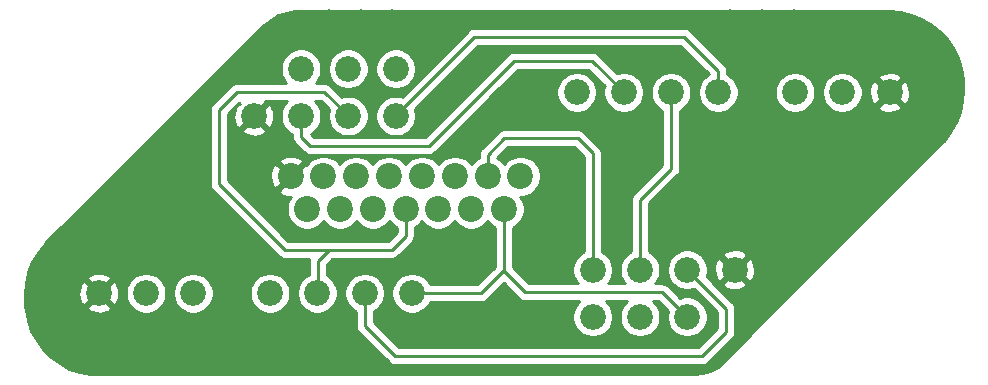
<source format=gbl>
G04 #@! TF.GenerationSoftware,KiCad,Pcbnew,(5.1.8-0-10_14)*
G04 #@! TF.CreationDate,2021-05-21T15:45:23-04:00*
G04 #@! TF.ProjectId,TwinFamicom_Expansion,5477696e-4661-46d6-9963-6f6d5f457870,rev?*
G04 #@! TF.SameCoordinates,Original*
G04 #@! TF.FileFunction,Copper,L2,Bot*
G04 #@! TF.FilePolarity,Positive*
%FSLAX46Y46*%
G04 Gerber Fmt 4.6, Leading zero omitted, Abs format (unit mm)*
G04 Created by KiCad (PCBNEW (5.1.8-0-10_14)) date 2021-05-21 15:45:23*
%MOMM*%
%LPD*%
G01*
G04 APERTURE LIST*
G04 #@! TA.AperFunction,ComponentPad*
%ADD10C,2.200000*%
G04 #@! TD*
G04 #@! TA.AperFunction,ComponentPad*
%ADD11C,2.180000*%
G04 #@! TD*
G04 #@! TA.AperFunction,ViaPad*
%ADD12C,0.800000*%
G04 #@! TD*
G04 #@! TA.AperFunction,ViaPad*
%ADD13C,4.800000*%
G04 #@! TD*
G04 #@! TA.AperFunction,Conductor*
%ADD14C,0.250000*%
G04 #@! TD*
G04 #@! TA.AperFunction,Conductor*
%ADD15C,0.254000*%
G04 #@! TD*
G04 #@! TA.AperFunction,Conductor*
%ADD16C,0.100000*%
G04 #@! TD*
G04 APERTURE END LIST*
D10*
X140093700Y-94541340D03*
X142873700Y-94541340D03*
X145653700Y-94541340D03*
X148433700Y-94541340D03*
X151213700Y-94541340D03*
X153993700Y-94541340D03*
X156773700Y-94541340D03*
X159553700Y-94541340D03*
X158163700Y-97321340D03*
X155383700Y-97321340D03*
X152603700Y-97321340D03*
X149823700Y-97321340D03*
X147043700Y-97321340D03*
X144263700Y-97321340D03*
X141483700Y-97321340D03*
D11*
X140976700Y-85439340D03*
X144976700Y-85439340D03*
X148976700Y-85439340D03*
X148976700Y-89439340D03*
X144976700Y-89439340D03*
X140976700Y-89439340D03*
X136976700Y-89439340D03*
X177676700Y-102439340D03*
X173676700Y-102439340D03*
X169676700Y-102439340D03*
X165676700Y-102439340D03*
X165676700Y-106439340D03*
X169676700Y-106439340D03*
X173676700Y-106439340D03*
X164301700Y-87439340D03*
X168301700Y-87439340D03*
X172301700Y-87439340D03*
X176301700Y-87439340D03*
X182801700Y-87439340D03*
X186801700Y-87439340D03*
X190801700Y-87439340D03*
X123851700Y-104439340D03*
X127851700Y-104439340D03*
X131851700Y-104439340D03*
X138351700Y-104439340D03*
X142351700Y-104439340D03*
X146351700Y-104439340D03*
X150351700Y-104439340D03*
D12*
X135150860Y-99072700D03*
D13*
X129180700Y-94677340D03*
X185472700Y-97201340D03*
D12*
X145646140Y-99334320D03*
X148363940Y-102483920D03*
X161864040Y-92981780D03*
X170307000Y-90736420D03*
X133604000Y-87000080D03*
X131909820Y-88757760D03*
X130086100Y-90517980D03*
X126966980Y-111031020D03*
X129524760Y-111031020D03*
X131983480Y-111031020D03*
X167909240Y-111031020D03*
X170500040Y-111031020D03*
X173055280Y-111031020D03*
X181310280Y-105023920D03*
X183291480Y-103139240D03*
X185242200Y-101348540D03*
X143362680Y-80794860D03*
X146047460Y-80794860D03*
X148701760Y-80794860D03*
X177274220Y-80794860D03*
X179992020Y-80794860D03*
X182740300Y-80794860D03*
X167736520Y-97088960D03*
X167767000Y-98544380D03*
X137779760Y-100871020D03*
X140360400Y-102483920D03*
X138470640Y-96700340D03*
X136194800Y-93926660D03*
X137002520Y-107579160D03*
X139367260Y-107035600D03*
X158130240Y-105117900D03*
X163187380Y-106944160D03*
X165498780Y-108653580D03*
X171670980Y-108267500D03*
X171874180Y-97096580D03*
X171874180Y-99014280D03*
X174335440Y-89296240D03*
X170304460Y-84963000D03*
X166166800Y-81196180D03*
X170195240Y-81196180D03*
X142935960Y-83741260D03*
X151544020Y-83898740D03*
X161071560Y-86677500D03*
X155996640Y-85222080D03*
X155966160Y-90589100D03*
X185950860Y-91005660D03*
X187853320Y-91005660D03*
X187853320Y-92908120D03*
X185950860Y-92943680D03*
X128363980Y-98318320D03*
X130634740Y-100477320D03*
X128363980Y-100477320D03*
X130634740Y-98282760D03*
X156791660Y-99004120D03*
X155028900Y-100426520D03*
X153253440Y-101683820D03*
X166357300Y-90197940D03*
X169664380Y-94414340D03*
X153751280Y-107556300D03*
X152788620Y-88442800D03*
X164632640Y-98882200D03*
X135150860Y-103454200D03*
X135382000Y-91358720D03*
X161853880Y-89725500D03*
D14*
X156773700Y-94541340D02*
X156773700Y-92722880D01*
X156773700Y-92722880D02*
X158186120Y-91310460D01*
X158186120Y-91310460D02*
X164391340Y-91310460D01*
X164391340Y-91310460D02*
X165676580Y-92595700D01*
X165676580Y-92595700D02*
X165676580Y-102445820D01*
X150351700Y-104439340D02*
X156197680Y-104439340D01*
X156197680Y-104439340D02*
X158135320Y-102501700D01*
X158135320Y-102501700D02*
X158135320Y-97459800D01*
X159966660Y-104373680D02*
X171546520Y-104373680D01*
X158135320Y-102542340D02*
X159966660Y-104373680D01*
X171546520Y-104373680D02*
X173662340Y-106489500D01*
X158135320Y-102501700D02*
X158135320Y-102542340D01*
X140975080Y-89532460D02*
X140921740Y-89479120D01*
X140975080Y-91201240D02*
X140975080Y-89532460D01*
X141719300Y-91945460D02*
X140975080Y-91201240D01*
X151813260Y-91945460D02*
X141719300Y-91945460D01*
X168301700Y-87439340D02*
X165614540Y-84752180D01*
X159006540Y-84752180D02*
X151813260Y-91945460D01*
X165614540Y-84752180D02*
X159006540Y-84752180D01*
X148940521Y-89441019D02*
X148915121Y-89441019D01*
X155658820Y-82722720D02*
X148940521Y-89441019D01*
X176301700Y-85626240D02*
X173398180Y-82722720D01*
X173398180Y-82722720D02*
X155658820Y-82722720D01*
X176301700Y-87439340D02*
X176301700Y-85626240D01*
X149823700Y-97321340D02*
X149823700Y-99586520D01*
X149823700Y-99586520D02*
X148650960Y-100759260D01*
X148650960Y-100759260D02*
X143311880Y-100759260D01*
X143311880Y-100759260D02*
X142377160Y-101693980D01*
X142377160Y-101693980D02*
X142377160Y-104419400D01*
X169676700Y-102439340D02*
X169676700Y-96522920D01*
X169676700Y-96522920D02*
X172321220Y-93878400D01*
X172321220Y-93878400D02*
X172321220Y-87439500D01*
X144922240Y-89374980D02*
X144922240Y-89435940D01*
X142943580Y-87396320D02*
X144922240Y-89374980D01*
X134002780Y-88925400D02*
X135531860Y-87396320D01*
X135531860Y-87396320D02*
X142943580Y-87396320D01*
X139585700Y-100759260D02*
X134002780Y-95176340D01*
X134002780Y-95176340D02*
X134002780Y-88925400D01*
X143311880Y-100759260D02*
X139585700Y-100759260D01*
X146357340Y-107200700D02*
X146357340Y-104429560D01*
X174924720Y-109786420D02*
X148943060Y-109786420D01*
X148943060Y-109786420D02*
X146357340Y-107200700D01*
X176984660Y-107726480D02*
X174924720Y-109786420D01*
X176984660Y-105747300D02*
X176984660Y-107726480D01*
X173676700Y-102439340D02*
X176984660Y-105747300D01*
D15*
X191682932Y-80641932D02*
X192590073Y-80846647D01*
X193456989Y-81183194D01*
X194264641Y-81644186D01*
X194995279Y-82219491D01*
X195632863Y-82896478D01*
X196163372Y-83660262D01*
X196575163Y-84494075D01*
X196859184Y-85379597D01*
X197010916Y-86307881D01*
X197035383Y-86895795D01*
X197034966Y-87152447D01*
X196963967Y-88129936D01*
X196758685Y-89059409D01*
X196421382Y-89949504D01*
X195959117Y-90781593D01*
X195371883Y-91550933D01*
X195099175Y-91840785D01*
X176804544Y-110179437D01*
X176239659Y-110652424D01*
X175629056Y-110991444D01*
X174965366Y-111208884D01*
X174240430Y-111300978D01*
X174195473Y-111301913D01*
X123131697Y-111302622D01*
X122235102Y-111129307D01*
X121358607Y-110819947D01*
X120537460Y-110384428D01*
X119789708Y-109832320D01*
X119131772Y-109175748D01*
X118578116Y-108429145D01*
X118140894Y-107608904D01*
X117829715Y-106733050D01*
X117650325Y-105815256D01*
X117639820Y-105638923D01*
X122831722Y-105638923D01*
X122938348Y-105912527D01*
X123243302Y-106062406D01*
X123571638Y-106149912D01*
X123910735Y-106171681D01*
X124247564Y-106126877D01*
X124569179Y-106017223D01*
X124765052Y-105912527D01*
X124871678Y-105638923D01*
X123851700Y-104618945D01*
X122831722Y-105638923D01*
X117639820Y-105638923D01*
X117605080Y-105055799D01*
X117605080Y-104509746D01*
X117605922Y-104498375D01*
X122119359Y-104498375D01*
X122164163Y-104835204D01*
X122273817Y-105156819D01*
X122378513Y-105352692D01*
X122652117Y-105459318D01*
X123672095Y-104439340D01*
X124031305Y-104439340D01*
X125051283Y-105459318D01*
X125324887Y-105352692D01*
X125474766Y-105047738D01*
X125562272Y-104719402D01*
X125584041Y-104380305D01*
X125569295Y-104269442D01*
X126126700Y-104269442D01*
X126126700Y-104609238D01*
X126192990Y-104942504D01*
X126323024Y-105256434D01*
X126511805Y-105538964D01*
X126752076Y-105779235D01*
X127034606Y-105968016D01*
X127348536Y-106098050D01*
X127681802Y-106164340D01*
X128021598Y-106164340D01*
X128354864Y-106098050D01*
X128668794Y-105968016D01*
X128951324Y-105779235D01*
X129191595Y-105538964D01*
X129380376Y-105256434D01*
X129510410Y-104942504D01*
X129576700Y-104609238D01*
X129576700Y-104269442D01*
X130126700Y-104269442D01*
X130126700Y-104609238D01*
X130192990Y-104942504D01*
X130323024Y-105256434D01*
X130511805Y-105538964D01*
X130752076Y-105779235D01*
X131034606Y-105968016D01*
X131348536Y-106098050D01*
X131681802Y-106164340D01*
X132021598Y-106164340D01*
X132354864Y-106098050D01*
X132668794Y-105968016D01*
X132951324Y-105779235D01*
X133191595Y-105538964D01*
X133380376Y-105256434D01*
X133510410Y-104942504D01*
X133576700Y-104609238D01*
X133576700Y-104269442D01*
X136626700Y-104269442D01*
X136626700Y-104609238D01*
X136692990Y-104942504D01*
X136823024Y-105256434D01*
X137011805Y-105538964D01*
X137252076Y-105779235D01*
X137534606Y-105968016D01*
X137848536Y-106098050D01*
X138181802Y-106164340D01*
X138521598Y-106164340D01*
X138854864Y-106098050D01*
X139168794Y-105968016D01*
X139451324Y-105779235D01*
X139691595Y-105538964D01*
X139880376Y-105256434D01*
X140010410Y-104942504D01*
X140076700Y-104609238D01*
X140076700Y-104269442D01*
X140010410Y-103936176D01*
X139880376Y-103622246D01*
X139691595Y-103339716D01*
X139451324Y-103099445D01*
X139168794Y-102910664D01*
X138854864Y-102780630D01*
X138521598Y-102714340D01*
X138181802Y-102714340D01*
X137848536Y-102780630D01*
X137534606Y-102910664D01*
X137252076Y-103099445D01*
X137011805Y-103339716D01*
X136823024Y-103622246D01*
X136692990Y-103936176D01*
X136626700Y-104269442D01*
X133576700Y-104269442D01*
X133510410Y-103936176D01*
X133380376Y-103622246D01*
X133191595Y-103339716D01*
X132951324Y-103099445D01*
X132668794Y-102910664D01*
X132354864Y-102780630D01*
X132021598Y-102714340D01*
X131681802Y-102714340D01*
X131348536Y-102780630D01*
X131034606Y-102910664D01*
X130752076Y-103099445D01*
X130511805Y-103339716D01*
X130323024Y-103622246D01*
X130192990Y-103936176D01*
X130126700Y-104269442D01*
X129576700Y-104269442D01*
X129510410Y-103936176D01*
X129380376Y-103622246D01*
X129191595Y-103339716D01*
X128951324Y-103099445D01*
X128668794Y-102910664D01*
X128354864Y-102780630D01*
X128021598Y-102714340D01*
X127681802Y-102714340D01*
X127348536Y-102780630D01*
X127034606Y-102910664D01*
X126752076Y-103099445D01*
X126511805Y-103339716D01*
X126323024Y-103622246D01*
X126192990Y-103936176D01*
X126126700Y-104269442D01*
X125569295Y-104269442D01*
X125539237Y-104043476D01*
X125429583Y-103721861D01*
X125324887Y-103525988D01*
X125051283Y-103419362D01*
X124031305Y-104439340D01*
X123672095Y-104439340D01*
X122652117Y-103419362D01*
X122378513Y-103525988D01*
X122228634Y-103830942D01*
X122141128Y-104159278D01*
X122119359Y-104498375D01*
X117605922Y-104498375D01*
X117675421Y-103560886D01*
X117748024Y-103239757D01*
X122831722Y-103239757D01*
X123851700Y-104259735D01*
X124871678Y-103239757D01*
X124765052Y-102966153D01*
X124460098Y-102816274D01*
X124131762Y-102728768D01*
X123792665Y-102706999D01*
X123455836Y-102751803D01*
X123134221Y-102861457D01*
X122938348Y-102966153D01*
X122831722Y-103239757D01*
X117748024Y-103239757D01*
X117878988Y-102660493D01*
X118213410Y-101800074D01*
X118671333Y-100998539D01*
X119257742Y-100254409D01*
X119326470Y-100180939D01*
X130638978Y-88925400D01*
X133239104Y-88925400D01*
X133242781Y-88962732D01*
X133242780Y-95139017D01*
X133239104Y-95176340D01*
X133242780Y-95213662D01*
X133242780Y-95213672D01*
X133253777Y-95325325D01*
X133294816Y-95460614D01*
X133297234Y-95468586D01*
X133367806Y-95600616D01*
X133406150Y-95647338D01*
X133462779Y-95716341D01*
X133491783Y-95740144D01*
X139021901Y-101270263D01*
X139045699Y-101299261D01*
X139161424Y-101394234D01*
X139293453Y-101464806D01*
X139436714Y-101508263D01*
X139548367Y-101519260D01*
X139548376Y-101519260D01*
X139585699Y-101522936D01*
X139623022Y-101519260D01*
X141635963Y-101519260D01*
X141628157Y-101544995D01*
X141617160Y-101656648D01*
X141617160Y-101656658D01*
X141613484Y-101693980D01*
X141617160Y-101731303D01*
X141617160Y-102876469D01*
X141534606Y-102910664D01*
X141252076Y-103099445D01*
X141011805Y-103339716D01*
X140823024Y-103622246D01*
X140692990Y-103936176D01*
X140626700Y-104269442D01*
X140626700Y-104609238D01*
X140692990Y-104942504D01*
X140823024Y-105256434D01*
X141011805Y-105538964D01*
X141252076Y-105779235D01*
X141534606Y-105968016D01*
X141848536Y-106098050D01*
X142181802Y-106164340D01*
X142521598Y-106164340D01*
X142854864Y-106098050D01*
X143168794Y-105968016D01*
X143451324Y-105779235D01*
X143691595Y-105538964D01*
X143880376Y-105256434D01*
X144010410Y-104942504D01*
X144076700Y-104609238D01*
X144076700Y-104269442D01*
X144626700Y-104269442D01*
X144626700Y-104609238D01*
X144692990Y-104942504D01*
X144823024Y-105256434D01*
X145011805Y-105538964D01*
X145252076Y-105779235D01*
X145534606Y-105968016D01*
X145597340Y-105994001D01*
X145597340Y-107163377D01*
X145593664Y-107200700D01*
X145597340Y-107238022D01*
X145597340Y-107238032D01*
X145608337Y-107349685D01*
X145645509Y-107472226D01*
X145651794Y-107492946D01*
X145722366Y-107624976D01*
X145743672Y-107650937D01*
X145817339Y-107740701D01*
X145846343Y-107764504D01*
X148379261Y-110297423D01*
X148403059Y-110326421D01*
X148518784Y-110421394D01*
X148650813Y-110491966D01*
X148794074Y-110535423D01*
X148905727Y-110546420D01*
X148905736Y-110546420D01*
X148943059Y-110550096D01*
X148980382Y-110546420D01*
X174887398Y-110546420D01*
X174924720Y-110550096D01*
X174962042Y-110546420D01*
X174962053Y-110546420D01*
X175073706Y-110535423D01*
X175216967Y-110491966D01*
X175348996Y-110421394D01*
X175464721Y-110326421D01*
X175488524Y-110297417D01*
X177495663Y-108290279D01*
X177524661Y-108266481D01*
X177558639Y-108225079D01*
X177619634Y-108150757D01*
X177690206Y-108018727D01*
X177705589Y-107968016D01*
X177733663Y-107875466D01*
X177744660Y-107763813D01*
X177744660Y-107763804D01*
X177748336Y-107726481D01*
X177744660Y-107689158D01*
X177744660Y-105784623D01*
X177748336Y-105747300D01*
X177744660Y-105709977D01*
X177744660Y-105709967D01*
X177733663Y-105598314D01*
X177690206Y-105455053D01*
X177645100Y-105370667D01*
X177619634Y-105323023D01*
X177548459Y-105236297D01*
X177524661Y-105207299D01*
X177495664Y-105183502D01*
X175951085Y-103638923D01*
X176656722Y-103638923D01*
X176763348Y-103912527D01*
X177068302Y-104062406D01*
X177396638Y-104149912D01*
X177735735Y-104171681D01*
X178072564Y-104126877D01*
X178394179Y-104017223D01*
X178590052Y-103912527D01*
X178696678Y-103638923D01*
X177676700Y-102618945D01*
X176656722Y-103638923D01*
X175951085Y-103638923D01*
X175311760Y-102999599D01*
X175335410Y-102942504D01*
X175401700Y-102609238D01*
X175401700Y-102498375D01*
X175944359Y-102498375D01*
X175989163Y-102835204D01*
X176098817Y-103156819D01*
X176203513Y-103352692D01*
X176477117Y-103459318D01*
X177497095Y-102439340D01*
X177856305Y-102439340D01*
X178876283Y-103459318D01*
X179149887Y-103352692D01*
X179299766Y-103047738D01*
X179387272Y-102719402D01*
X179409041Y-102380305D01*
X179364237Y-102043476D01*
X179254583Y-101721861D01*
X179149887Y-101525988D01*
X178876283Y-101419362D01*
X177856305Y-102439340D01*
X177497095Y-102439340D01*
X176477117Y-101419362D01*
X176203513Y-101525988D01*
X176053634Y-101830942D01*
X175966128Y-102159278D01*
X175944359Y-102498375D01*
X175401700Y-102498375D01*
X175401700Y-102269442D01*
X175335410Y-101936176D01*
X175205376Y-101622246D01*
X175016595Y-101339716D01*
X174916636Y-101239757D01*
X176656722Y-101239757D01*
X177676700Y-102259735D01*
X178696678Y-101239757D01*
X178590052Y-100966153D01*
X178285098Y-100816274D01*
X177956762Y-100728768D01*
X177617665Y-100706999D01*
X177280836Y-100751803D01*
X176959221Y-100861457D01*
X176763348Y-100966153D01*
X176656722Y-101239757D01*
X174916636Y-101239757D01*
X174776324Y-101099445D01*
X174493794Y-100910664D01*
X174179864Y-100780630D01*
X173846598Y-100714340D01*
X173506802Y-100714340D01*
X173173536Y-100780630D01*
X172859606Y-100910664D01*
X172577076Y-101099445D01*
X172336805Y-101339716D01*
X172148024Y-101622246D01*
X172017990Y-101936176D01*
X171951700Y-102269442D01*
X171951700Y-102609238D01*
X172017990Y-102942504D01*
X172148024Y-103256434D01*
X172336805Y-103538964D01*
X172577076Y-103779235D01*
X172859606Y-103968016D01*
X173173536Y-104098050D01*
X173506802Y-104164340D01*
X173846598Y-104164340D01*
X174179864Y-104098050D01*
X174236959Y-104074400D01*
X176224660Y-106062102D01*
X176224661Y-107411677D01*
X174609919Y-109026420D01*
X149257862Y-109026420D01*
X147117340Y-106885899D01*
X147117340Y-105989329D01*
X147168794Y-105968016D01*
X147451324Y-105779235D01*
X147691595Y-105538964D01*
X147880376Y-105256434D01*
X148010410Y-104942504D01*
X148076700Y-104609238D01*
X148076700Y-104269442D01*
X148010410Y-103936176D01*
X147880376Y-103622246D01*
X147691595Y-103339716D01*
X147451324Y-103099445D01*
X147168794Y-102910664D01*
X146854864Y-102780630D01*
X146521598Y-102714340D01*
X146181802Y-102714340D01*
X145848536Y-102780630D01*
X145534606Y-102910664D01*
X145252076Y-103099445D01*
X145011805Y-103339716D01*
X144823024Y-103622246D01*
X144692990Y-103936176D01*
X144626700Y-104269442D01*
X144076700Y-104269442D01*
X144010410Y-103936176D01*
X143880376Y-103622246D01*
X143691595Y-103339716D01*
X143451324Y-103099445D01*
X143168794Y-102910664D01*
X143137160Y-102897561D01*
X143137160Y-102008781D01*
X143626682Y-101519260D01*
X148613638Y-101519260D01*
X148650960Y-101522936D01*
X148688282Y-101519260D01*
X148688293Y-101519260D01*
X148799946Y-101508263D01*
X148943207Y-101464806D01*
X149075236Y-101394234D01*
X149190961Y-101299261D01*
X149214764Y-101270257D01*
X150334703Y-100150319D01*
X150363701Y-100126521D01*
X150458674Y-100010796D01*
X150529246Y-99878767D01*
X150572703Y-99735506D01*
X150583700Y-99623853D01*
X150583700Y-99623843D01*
X150587376Y-99586520D01*
X150583700Y-99549197D01*
X150583700Y-98884488D01*
X150645531Y-98858877D01*
X150929698Y-98669003D01*
X151171363Y-98427338D01*
X151213700Y-98363976D01*
X151256037Y-98427338D01*
X151497702Y-98669003D01*
X151781869Y-98858877D01*
X152097619Y-98989665D01*
X152432817Y-99056340D01*
X152774583Y-99056340D01*
X153109781Y-98989665D01*
X153425531Y-98858877D01*
X153709698Y-98669003D01*
X153951363Y-98427338D01*
X153993700Y-98363976D01*
X154036037Y-98427338D01*
X154277702Y-98669003D01*
X154561869Y-98858877D01*
X154877619Y-98989665D01*
X155212817Y-99056340D01*
X155554583Y-99056340D01*
X155889781Y-98989665D01*
X156205531Y-98858877D01*
X156489698Y-98669003D01*
X156731363Y-98427338D01*
X156773700Y-98363976D01*
X156816037Y-98427338D01*
X157057702Y-98669003D01*
X157341869Y-98858877D01*
X157375321Y-98872733D01*
X157375320Y-102186898D01*
X155882879Y-103679340D01*
X151904025Y-103679340D01*
X151880376Y-103622246D01*
X151691595Y-103339716D01*
X151451324Y-103099445D01*
X151168794Y-102910664D01*
X150854864Y-102780630D01*
X150521598Y-102714340D01*
X150181802Y-102714340D01*
X149848536Y-102780630D01*
X149534606Y-102910664D01*
X149252076Y-103099445D01*
X149011805Y-103339716D01*
X148823024Y-103622246D01*
X148692990Y-103936176D01*
X148626700Y-104269442D01*
X148626700Y-104609238D01*
X148692990Y-104942504D01*
X148823024Y-105256434D01*
X149011805Y-105538964D01*
X149252076Y-105779235D01*
X149534606Y-105968016D01*
X149848536Y-106098050D01*
X150181802Y-106164340D01*
X150521598Y-106164340D01*
X150854864Y-106098050D01*
X151168794Y-105968016D01*
X151451324Y-105779235D01*
X151691595Y-105538964D01*
X151880376Y-105256434D01*
X151904025Y-105199340D01*
X156160358Y-105199340D01*
X156197680Y-105203016D01*
X156235002Y-105199340D01*
X156235013Y-105199340D01*
X156346666Y-105188343D01*
X156489927Y-105144886D01*
X156621956Y-105074314D01*
X156737681Y-104979341D01*
X156761484Y-104950337D01*
X158115000Y-103596821D01*
X159402860Y-104884682D01*
X159426659Y-104913681D01*
X159542384Y-105008654D01*
X159674413Y-105079226D01*
X159817674Y-105122683D01*
X159929327Y-105133680D01*
X159929337Y-105133680D01*
X159966660Y-105137356D01*
X160003983Y-105133680D01*
X164542841Y-105133680D01*
X164336805Y-105339716D01*
X164148024Y-105622246D01*
X164017990Y-105936176D01*
X163951700Y-106269442D01*
X163951700Y-106609238D01*
X164017990Y-106942504D01*
X164148024Y-107256434D01*
X164336805Y-107538964D01*
X164577076Y-107779235D01*
X164859606Y-107968016D01*
X165173536Y-108098050D01*
X165506802Y-108164340D01*
X165846598Y-108164340D01*
X166179864Y-108098050D01*
X166493794Y-107968016D01*
X166776324Y-107779235D01*
X167016595Y-107538964D01*
X167205376Y-107256434D01*
X167335410Y-106942504D01*
X167401700Y-106609238D01*
X167401700Y-106269442D01*
X167335410Y-105936176D01*
X167205376Y-105622246D01*
X167016595Y-105339716D01*
X166810559Y-105133680D01*
X168542841Y-105133680D01*
X168336805Y-105339716D01*
X168148024Y-105622246D01*
X168017990Y-105936176D01*
X167951700Y-106269442D01*
X167951700Y-106609238D01*
X168017990Y-106942504D01*
X168148024Y-107256434D01*
X168336805Y-107538964D01*
X168577076Y-107779235D01*
X168859606Y-107968016D01*
X169173536Y-108098050D01*
X169506802Y-108164340D01*
X169846598Y-108164340D01*
X170179864Y-108098050D01*
X170493794Y-107968016D01*
X170776324Y-107779235D01*
X171016595Y-107538964D01*
X171205376Y-107256434D01*
X171335410Y-106942504D01*
X171401700Y-106609238D01*
X171401700Y-106269442D01*
X171335410Y-105936176D01*
X171205376Y-105622246D01*
X171016595Y-105339716D01*
X170810559Y-105133680D01*
X171231719Y-105133680D01*
X172022742Y-105924704D01*
X172017990Y-105936176D01*
X171951700Y-106269442D01*
X171951700Y-106609238D01*
X172017990Y-106942504D01*
X172148024Y-107256434D01*
X172336805Y-107538964D01*
X172577076Y-107779235D01*
X172859606Y-107968016D01*
X173173536Y-108098050D01*
X173506802Y-108164340D01*
X173846598Y-108164340D01*
X174179864Y-108098050D01*
X174493794Y-107968016D01*
X174776324Y-107779235D01*
X175016595Y-107538964D01*
X175205376Y-107256434D01*
X175335410Y-106942504D01*
X175401700Y-106609238D01*
X175401700Y-106269442D01*
X175335410Y-105936176D01*
X175205376Y-105622246D01*
X175016595Y-105339716D01*
X174776324Y-105099445D01*
X174493794Y-104910664D01*
X174179864Y-104780630D01*
X173846598Y-104714340D01*
X173506802Y-104714340D01*
X173173536Y-104780630D01*
X173070818Y-104823177D01*
X172110324Y-103862683D01*
X172086521Y-103833679D01*
X171970796Y-103738706D01*
X171838767Y-103668134D01*
X171695506Y-103624677D01*
X171583853Y-103613680D01*
X171583842Y-103613680D01*
X171546520Y-103610004D01*
X171509198Y-103613680D01*
X170941879Y-103613680D01*
X171016595Y-103538964D01*
X171205376Y-103256434D01*
X171335410Y-102942504D01*
X171401700Y-102609238D01*
X171401700Y-102269442D01*
X171335410Y-101936176D01*
X171205376Y-101622246D01*
X171016595Y-101339716D01*
X170776324Y-101099445D01*
X170493794Y-100910664D01*
X170436700Y-100887015D01*
X170436700Y-96837721D01*
X172832224Y-94442198D01*
X172861221Y-94418401D01*
X172907726Y-94361735D01*
X172956194Y-94302677D01*
X173026766Y-94170647D01*
X173034879Y-94143901D01*
X173070223Y-94027386D01*
X173081220Y-93915733D01*
X173081220Y-93915724D01*
X173084896Y-93878401D01*
X173081220Y-93841078D01*
X173081220Y-88983580D01*
X173118794Y-88968016D01*
X173401324Y-88779235D01*
X173641595Y-88538964D01*
X173830376Y-88256434D01*
X173960410Y-87942504D01*
X174026700Y-87609238D01*
X174026700Y-87269442D01*
X173960410Y-86936176D01*
X173830376Y-86622246D01*
X173641595Y-86339716D01*
X173401324Y-86099445D01*
X173118794Y-85910664D01*
X172804864Y-85780630D01*
X172471598Y-85714340D01*
X172131802Y-85714340D01*
X171798536Y-85780630D01*
X171484606Y-85910664D01*
X171202076Y-86099445D01*
X170961805Y-86339716D01*
X170773024Y-86622246D01*
X170642990Y-86936176D01*
X170576700Y-87269442D01*
X170576700Y-87609238D01*
X170642990Y-87942504D01*
X170773024Y-88256434D01*
X170961805Y-88538964D01*
X171202076Y-88779235D01*
X171484606Y-88968016D01*
X171561221Y-88999751D01*
X171561220Y-93563598D01*
X169165698Y-95959121D01*
X169136700Y-95982919D01*
X169112902Y-96011917D01*
X169112901Y-96011918D01*
X169041726Y-96098644D01*
X168971154Y-96230674D01*
X168927698Y-96373935D01*
X168913024Y-96522920D01*
X168916701Y-96560252D01*
X168916700Y-100887015D01*
X168859606Y-100910664D01*
X168577076Y-101099445D01*
X168336805Y-101339716D01*
X168148024Y-101622246D01*
X168017990Y-101936176D01*
X167951700Y-102269442D01*
X167951700Y-102609238D01*
X168017990Y-102942504D01*
X168148024Y-103256434D01*
X168336805Y-103538964D01*
X168411521Y-103613680D01*
X166941879Y-103613680D01*
X167016595Y-103538964D01*
X167205376Y-103256434D01*
X167335410Y-102942504D01*
X167401700Y-102609238D01*
X167401700Y-102269442D01*
X167335410Y-101936176D01*
X167205376Y-101622246D01*
X167016595Y-101339716D01*
X166776324Y-101099445D01*
X166493794Y-100910664D01*
X166436580Y-100886965D01*
X166436580Y-92633023D01*
X166440256Y-92595700D01*
X166436580Y-92558377D01*
X166436580Y-92558367D01*
X166425583Y-92446714D01*
X166382126Y-92303453D01*
X166311554Y-92171424D01*
X166216581Y-92055699D01*
X166187584Y-92031902D01*
X164955144Y-90799463D01*
X164931341Y-90770459D01*
X164815616Y-90675486D01*
X164683587Y-90604914D01*
X164540326Y-90561457D01*
X164428673Y-90550460D01*
X164428662Y-90550460D01*
X164391340Y-90546784D01*
X164354018Y-90550460D01*
X158223453Y-90550460D01*
X158186120Y-90546783D01*
X158148787Y-90550460D01*
X158037134Y-90561457D01*
X157893873Y-90604914D01*
X157761844Y-90675486D01*
X157646119Y-90770459D01*
X157622321Y-90799457D01*
X156262698Y-92159081D01*
X156233700Y-92182879D01*
X156209902Y-92211877D01*
X156209901Y-92211878D01*
X156138726Y-92298604D01*
X156068154Y-92430634D01*
X156060376Y-92456276D01*
X156027708Y-92563973D01*
X156024698Y-92573895D01*
X156010024Y-92722880D01*
X156013701Y-92760212D01*
X156013701Y-92978191D01*
X155951869Y-93003803D01*
X155667702Y-93193677D01*
X155426037Y-93435342D01*
X155383700Y-93498704D01*
X155341363Y-93435342D01*
X155099698Y-93193677D01*
X154815531Y-93003803D01*
X154499781Y-92873015D01*
X154164583Y-92806340D01*
X153822817Y-92806340D01*
X153487619Y-92873015D01*
X153171869Y-93003803D01*
X152887702Y-93193677D01*
X152646037Y-93435342D01*
X152603700Y-93498704D01*
X152561363Y-93435342D01*
X152319698Y-93193677D01*
X152035531Y-93003803D01*
X151719781Y-92873015D01*
X151384583Y-92806340D01*
X151042817Y-92806340D01*
X150707619Y-92873015D01*
X150391869Y-93003803D01*
X150107702Y-93193677D01*
X149866037Y-93435342D01*
X149823700Y-93498704D01*
X149781363Y-93435342D01*
X149539698Y-93193677D01*
X149255531Y-93003803D01*
X148939781Y-92873015D01*
X148604583Y-92806340D01*
X148262817Y-92806340D01*
X147927619Y-92873015D01*
X147611869Y-93003803D01*
X147327702Y-93193677D01*
X147086037Y-93435342D01*
X147043700Y-93498704D01*
X147001363Y-93435342D01*
X146759698Y-93193677D01*
X146475531Y-93003803D01*
X146159781Y-92873015D01*
X145824583Y-92806340D01*
X145482817Y-92806340D01*
X145147619Y-92873015D01*
X144831869Y-93003803D01*
X144547702Y-93193677D01*
X144306037Y-93435342D01*
X144263700Y-93498704D01*
X144221363Y-93435342D01*
X143979698Y-93193677D01*
X143695531Y-93003803D01*
X143379781Y-92873015D01*
X143044583Y-92806340D01*
X142702817Y-92806340D01*
X142367619Y-92873015D01*
X142051869Y-93003803D01*
X141767702Y-93193677D01*
X141526037Y-93435342D01*
X141437387Y-93568017D01*
X141300412Y-93514233D01*
X140273305Y-94541340D01*
X140287448Y-94555483D01*
X140107843Y-94735088D01*
X140093700Y-94720945D01*
X139066593Y-95748052D01*
X139174426Y-96022678D01*
X139481084Y-96173556D01*
X139811285Y-96261709D01*
X140092896Y-96279908D01*
X139946163Y-96499509D01*
X139815375Y-96815259D01*
X139748700Y-97150457D01*
X139748700Y-97492223D01*
X139815375Y-97827421D01*
X139946163Y-98143171D01*
X140136037Y-98427338D01*
X140377702Y-98669003D01*
X140661869Y-98858877D01*
X140977619Y-98989665D01*
X141312817Y-99056340D01*
X141654583Y-99056340D01*
X141989781Y-98989665D01*
X142305531Y-98858877D01*
X142589698Y-98669003D01*
X142831363Y-98427338D01*
X142873700Y-98363976D01*
X142916037Y-98427338D01*
X143157702Y-98669003D01*
X143441869Y-98858877D01*
X143757619Y-98989665D01*
X144092817Y-99056340D01*
X144434583Y-99056340D01*
X144769781Y-98989665D01*
X145085531Y-98858877D01*
X145369698Y-98669003D01*
X145611363Y-98427338D01*
X145653700Y-98363976D01*
X145696037Y-98427338D01*
X145937702Y-98669003D01*
X146221869Y-98858877D01*
X146537619Y-98989665D01*
X146872817Y-99056340D01*
X147214583Y-99056340D01*
X147549781Y-98989665D01*
X147865531Y-98858877D01*
X148149698Y-98669003D01*
X148391363Y-98427338D01*
X148433700Y-98363976D01*
X148476037Y-98427338D01*
X148717702Y-98669003D01*
X149001869Y-98858877D01*
X149063701Y-98884489D01*
X149063701Y-99271717D01*
X148336159Y-99999260D01*
X143349205Y-99999260D01*
X143311880Y-99995584D01*
X143274555Y-99999260D01*
X139900502Y-99999260D01*
X134762780Y-94861539D01*
X134762780Y-94599979D01*
X138351291Y-94599979D01*
X138396211Y-94938779D01*
X138506364Y-95262306D01*
X138612362Y-95460614D01*
X138886988Y-95568447D01*
X139914095Y-94541340D01*
X138886988Y-93514233D01*
X138612362Y-93622066D01*
X138461484Y-93928724D01*
X138373331Y-94258925D01*
X138351291Y-94599979D01*
X134762780Y-94599979D01*
X134762780Y-93334628D01*
X139066593Y-93334628D01*
X140093700Y-94361735D01*
X141120807Y-93334628D01*
X141012974Y-93060002D01*
X140706316Y-92909124D01*
X140376115Y-92820971D01*
X140035061Y-92798931D01*
X139696261Y-92843851D01*
X139372734Y-92954004D01*
X139174426Y-93060002D01*
X139066593Y-93334628D01*
X134762780Y-93334628D01*
X134762780Y-90638923D01*
X135956722Y-90638923D01*
X136063348Y-90912527D01*
X136368302Y-91062406D01*
X136696638Y-91149912D01*
X137035735Y-91171681D01*
X137372564Y-91126877D01*
X137694179Y-91017223D01*
X137890052Y-90912527D01*
X137996678Y-90638923D01*
X136976700Y-89618945D01*
X135956722Y-90638923D01*
X134762780Y-90638923D01*
X134762780Y-89240201D01*
X135680367Y-88322615D01*
X135777115Y-88419363D01*
X135503513Y-88525988D01*
X135353634Y-88830942D01*
X135266128Y-89159278D01*
X135244359Y-89498375D01*
X135289163Y-89835204D01*
X135398817Y-90156819D01*
X135503513Y-90352692D01*
X135777117Y-90459318D01*
X136797095Y-89439340D01*
X137156305Y-89439340D01*
X138176283Y-90459318D01*
X138449887Y-90352692D01*
X138599766Y-90047738D01*
X138687272Y-89719402D01*
X138709041Y-89380305D01*
X138664237Y-89043476D01*
X138554583Y-88721861D01*
X138449887Y-88525988D01*
X138176283Y-88419362D01*
X137156305Y-89439340D01*
X136797095Y-89439340D01*
X136782953Y-89425198D01*
X136962558Y-89245593D01*
X136976700Y-89259735D01*
X137996678Y-88239757D01*
X137964162Y-88156320D01*
X139820201Y-88156320D01*
X139636805Y-88339716D01*
X139448024Y-88622246D01*
X139317990Y-88936176D01*
X139251700Y-89269442D01*
X139251700Y-89609238D01*
X139317990Y-89942504D01*
X139448024Y-90256434D01*
X139636805Y-90538964D01*
X139877076Y-90779235D01*
X140159606Y-90968016D01*
X140215080Y-90990994D01*
X140215080Y-91163917D01*
X140211404Y-91201240D01*
X140215080Y-91238562D01*
X140215080Y-91238572D01*
X140226077Y-91350225D01*
X140259208Y-91459445D01*
X140269534Y-91493486D01*
X140340106Y-91625516D01*
X140379951Y-91674066D01*
X140435079Y-91741241D01*
X140464082Y-91765043D01*
X141155501Y-92456462D01*
X141179299Y-92485461D01*
X141208297Y-92509259D01*
X141295023Y-92580434D01*
X141400420Y-92636770D01*
X141427053Y-92651006D01*
X141570314Y-92694463D01*
X141681967Y-92705460D01*
X141681977Y-92705460D01*
X141719299Y-92709136D01*
X141756622Y-92705460D01*
X151775938Y-92705460D01*
X151813260Y-92709136D01*
X151850582Y-92705460D01*
X151850593Y-92705460D01*
X151962246Y-92694463D01*
X152105507Y-92651006D01*
X152237536Y-92580434D01*
X152353261Y-92485461D01*
X152377064Y-92456457D01*
X157564079Y-87269442D01*
X162576700Y-87269442D01*
X162576700Y-87609238D01*
X162642990Y-87942504D01*
X162773024Y-88256434D01*
X162961805Y-88538964D01*
X163202076Y-88779235D01*
X163484606Y-88968016D01*
X163798536Y-89098050D01*
X164131802Y-89164340D01*
X164471598Y-89164340D01*
X164804864Y-89098050D01*
X165118794Y-88968016D01*
X165401324Y-88779235D01*
X165641595Y-88538964D01*
X165830376Y-88256434D01*
X165960410Y-87942504D01*
X166026700Y-87609238D01*
X166026700Y-87269442D01*
X165960410Y-86936176D01*
X165830376Y-86622246D01*
X165641595Y-86339716D01*
X165401324Y-86099445D01*
X165118794Y-85910664D01*
X164804864Y-85780630D01*
X164471598Y-85714340D01*
X164131802Y-85714340D01*
X163798536Y-85780630D01*
X163484606Y-85910664D01*
X163202076Y-86099445D01*
X162961805Y-86339716D01*
X162773024Y-86622246D01*
X162642990Y-86936176D01*
X162576700Y-87269442D01*
X157564079Y-87269442D01*
X159321342Y-85512180D01*
X165299739Y-85512180D01*
X166666639Y-86879081D01*
X166642990Y-86936176D01*
X166576700Y-87269442D01*
X166576700Y-87609238D01*
X166642990Y-87942504D01*
X166773024Y-88256434D01*
X166961805Y-88538964D01*
X167202076Y-88779235D01*
X167484606Y-88968016D01*
X167798536Y-89098050D01*
X168131802Y-89164340D01*
X168471598Y-89164340D01*
X168804864Y-89098050D01*
X169118794Y-88968016D01*
X169401324Y-88779235D01*
X169641595Y-88538964D01*
X169830376Y-88256434D01*
X169960410Y-87942504D01*
X170026700Y-87609238D01*
X170026700Y-87269442D01*
X169960410Y-86936176D01*
X169830376Y-86622246D01*
X169641595Y-86339716D01*
X169401324Y-86099445D01*
X169118794Y-85910664D01*
X168804864Y-85780630D01*
X168471598Y-85714340D01*
X168131802Y-85714340D01*
X167798536Y-85780630D01*
X167741441Y-85804279D01*
X166178344Y-84241183D01*
X166154541Y-84212179D01*
X166038816Y-84117206D01*
X165906787Y-84046634D01*
X165763526Y-84003177D01*
X165651873Y-83992180D01*
X165651862Y-83992180D01*
X165614540Y-83988504D01*
X165577218Y-83992180D01*
X159043862Y-83992180D01*
X159006539Y-83988504D01*
X158969216Y-83992180D01*
X158969207Y-83992180D01*
X158857554Y-84003177D01*
X158714293Y-84046634D01*
X158582263Y-84117206D01*
X158498623Y-84185848D01*
X158466539Y-84212179D01*
X158442741Y-84241177D01*
X151498459Y-91185460D01*
X142034102Y-91185460D01*
X141807500Y-90958858D01*
X142076324Y-90779235D01*
X142316595Y-90538964D01*
X142505376Y-90256434D01*
X142635410Y-89942504D01*
X142701700Y-89609238D01*
X142701700Y-89269442D01*
X142635410Y-88936176D01*
X142505376Y-88622246D01*
X142316595Y-88339716D01*
X142133199Y-88156320D01*
X142628779Y-88156320D01*
X143344539Y-88872081D01*
X143317990Y-88936176D01*
X143251700Y-89269442D01*
X143251700Y-89609238D01*
X143317990Y-89942504D01*
X143448024Y-90256434D01*
X143636805Y-90538964D01*
X143877076Y-90779235D01*
X144159606Y-90968016D01*
X144473536Y-91098050D01*
X144806802Y-91164340D01*
X145146598Y-91164340D01*
X145479864Y-91098050D01*
X145793794Y-90968016D01*
X146076324Y-90779235D01*
X146316595Y-90538964D01*
X146505376Y-90256434D01*
X146635410Y-89942504D01*
X146701700Y-89609238D01*
X146701700Y-89269442D01*
X147251700Y-89269442D01*
X147251700Y-89609238D01*
X147317990Y-89942504D01*
X147448024Y-90256434D01*
X147636805Y-90538964D01*
X147877076Y-90779235D01*
X148159606Y-90968016D01*
X148473536Y-91098050D01*
X148806802Y-91164340D01*
X149146598Y-91164340D01*
X149479864Y-91098050D01*
X149793794Y-90968016D01*
X150076324Y-90779235D01*
X150316595Y-90538964D01*
X150505376Y-90256434D01*
X150635410Y-89942504D01*
X150701700Y-89609238D01*
X150701700Y-89269442D01*
X150635410Y-88936176D01*
X150601656Y-88854686D01*
X155973622Y-83482720D01*
X173083379Y-83482720D01*
X175503497Y-85902839D01*
X175484606Y-85910664D01*
X175202076Y-86099445D01*
X174961805Y-86339716D01*
X174773024Y-86622246D01*
X174642990Y-86936176D01*
X174576700Y-87269442D01*
X174576700Y-87609238D01*
X174642990Y-87942504D01*
X174773024Y-88256434D01*
X174961805Y-88538964D01*
X175202076Y-88779235D01*
X175484606Y-88968016D01*
X175798536Y-89098050D01*
X176131802Y-89164340D01*
X176471598Y-89164340D01*
X176804864Y-89098050D01*
X177118794Y-88968016D01*
X177401324Y-88779235D01*
X177641595Y-88538964D01*
X177830376Y-88256434D01*
X177960410Y-87942504D01*
X178026700Y-87609238D01*
X178026700Y-87269442D01*
X181076700Y-87269442D01*
X181076700Y-87609238D01*
X181142990Y-87942504D01*
X181273024Y-88256434D01*
X181461805Y-88538964D01*
X181702076Y-88779235D01*
X181984606Y-88968016D01*
X182298536Y-89098050D01*
X182631802Y-89164340D01*
X182971598Y-89164340D01*
X183304864Y-89098050D01*
X183618794Y-88968016D01*
X183901324Y-88779235D01*
X184141595Y-88538964D01*
X184330376Y-88256434D01*
X184460410Y-87942504D01*
X184526700Y-87609238D01*
X184526700Y-87269442D01*
X185076700Y-87269442D01*
X185076700Y-87609238D01*
X185142990Y-87942504D01*
X185273024Y-88256434D01*
X185461805Y-88538964D01*
X185702076Y-88779235D01*
X185984606Y-88968016D01*
X186298536Y-89098050D01*
X186631802Y-89164340D01*
X186971598Y-89164340D01*
X187304864Y-89098050D01*
X187618794Y-88968016D01*
X187901324Y-88779235D01*
X188041636Y-88638923D01*
X189781722Y-88638923D01*
X189888348Y-88912527D01*
X190193302Y-89062406D01*
X190521638Y-89149912D01*
X190860735Y-89171681D01*
X191197564Y-89126877D01*
X191519179Y-89017223D01*
X191715052Y-88912527D01*
X191821678Y-88638923D01*
X190801700Y-87618945D01*
X189781722Y-88638923D01*
X188041636Y-88638923D01*
X188141595Y-88538964D01*
X188330376Y-88256434D01*
X188460410Y-87942504D01*
X188526700Y-87609238D01*
X188526700Y-87498375D01*
X189069359Y-87498375D01*
X189114163Y-87835204D01*
X189223817Y-88156819D01*
X189328513Y-88352692D01*
X189602117Y-88459318D01*
X190622095Y-87439340D01*
X190981305Y-87439340D01*
X192001283Y-88459318D01*
X192274887Y-88352692D01*
X192424766Y-88047738D01*
X192512272Y-87719402D01*
X192534041Y-87380305D01*
X192489237Y-87043476D01*
X192379583Y-86721861D01*
X192274887Y-86525988D01*
X192001283Y-86419362D01*
X190981305Y-87439340D01*
X190622095Y-87439340D01*
X189602117Y-86419362D01*
X189328513Y-86525988D01*
X189178634Y-86830942D01*
X189091128Y-87159278D01*
X189069359Y-87498375D01*
X188526700Y-87498375D01*
X188526700Y-87269442D01*
X188460410Y-86936176D01*
X188330376Y-86622246D01*
X188141595Y-86339716D01*
X188041636Y-86239757D01*
X189781722Y-86239757D01*
X190801700Y-87259735D01*
X191821678Y-86239757D01*
X191715052Y-85966153D01*
X191410098Y-85816274D01*
X191081762Y-85728768D01*
X190742665Y-85706999D01*
X190405836Y-85751803D01*
X190084221Y-85861457D01*
X189888348Y-85966153D01*
X189781722Y-86239757D01*
X188041636Y-86239757D01*
X187901324Y-86099445D01*
X187618794Y-85910664D01*
X187304864Y-85780630D01*
X186971598Y-85714340D01*
X186631802Y-85714340D01*
X186298536Y-85780630D01*
X185984606Y-85910664D01*
X185702076Y-86099445D01*
X185461805Y-86339716D01*
X185273024Y-86622246D01*
X185142990Y-86936176D01*
X185076700Y-87269442D01*
X184526700Y-87269442D01*
X184460410Y-86936176D01*
X184330376Y-86622246D01*
X184141595Y-86339716D01*
X183901324Y-86099445D01*
X183618794Y-85910664D01*
X183304864Y-85780630D01*
X182971598Y-85714340D01*
X182631802Y-85714340D01*
X182298536Y-85780630D01*
X181984606Y-85910664D01*
X181702076Y-86099445D01*
X181461805Y-86339716D01*
X181273024Y-86622246D01*
X181142990Y-86936176D01*
X181076700Y-87269442D01*
X178026700Y-87269442D01*
X177960410Y-86936176D01*
X177830376Y-86622246D01*
X177641595Y-86339716D01*
X177401324Y-86099445D01*
X177118794Y-85910664D01*
X177061700Y-85887015D01*
X177061700Y-85663562D01*
X177065376Y-85626239D01*
X177061700Y-85588916D01*
X177061700Y-85588907D01*
X177050703Y-85477254D01*
X177007246Y-85333993D01*
X176936674Y-85201964D01*
X176841701Y-85086239D01*
X176812703Y-85062441D01*
X173961984Y-82211723D01*
X173938181Y-82182719D01*
X173822456Y-82087746D01*
X173690427Y-82017174D01*
X173547166Y-81973717D01*
X173435513Y-81962720D01*
X173435502Y-81962720D01*
X173398180Y-81959044D01*
X173360858Y-81962720D01*
X155696153Y-81962720D01*
X155658820Y-81959043D01*
X155621487Y-81962720D01*
X155509834Y-81973717D01*
X155366573Y-82017174D01*
X155234544Y-82087746D01*
X155118819Y-82182719D01*
X155095021Y-82211717D01*
X149512564Y-87794175D01*
X149479864Y-87780630D01*
X149146598Y-87714340D01*
X148806802Y-87714340D01*
X148473536Y-87780630D01*
X148159606Y-87910664D01*
X147877076Y-88099445D01*
X147636805Y-88339716D01*
X147448024Y-88622246D01*
X147317990Y-88936176D01*
X147251700Y-89269442D01*
X146701700Y-89269442D01*
X146635410Y-88936176D01*
X146505376Y-88622246D01*
X146316595Y-88339716D01*
X146076324Y-88099445D01*
X145793794Y-87910664D01*
X145479864Y-87780630D01*
X145146598Y-87714340D01*
X144806802Y-87714340D01*
X144473536Y-87780630D01*
X144423441Y-87801380D01*
X143507384Y-86885323D01*
X143483581Y-86856319D01*
X143367856Y-86761346D01*
X143235827Y-86690774D01*
X143092566Y-86647317D01*
X142980913Y-86636320D01*
X142980902Y-86636320D01*
X142943580Y-86632644D01*
X142906258Y-86636320D01*
X142219239Y-86636320D01*
X142316595Y-86538964D01*
X142505376Y-86256434D01*
X142635410Y-85942504D01*
X142701700Y-85609238D01*
X142701700Y-85269442D01*
X143251700Y-85269442D01*
X143251700Y-85609238D01*
X143317990Y-85942504D01*
X143448024Y-86256434D01*
X143636805Y-86538964D01*
X143877076Y-86779235D01*
X144159606Y-86968016D01*
X144473536Y-87098050D01*
X144806802Y-87164340D01*
X145146598Y-87164340D01*
X145479864Y-87098050D01*
X145793794Y-86968016D01*
X146076324Y-86779235D01*
X146316595Y-86538964D01*
X146505376Y-86256434D01*
X146635410Y-85942504D01*
X146701700Y-85609238D01*
X146701700Y-85269442D01*
X147251700Y-85269442D01*
X147251700Y-85609238D01*
X147317990Y-85942504D01*
X147448024Y-86256434D01*
X147636805Y-86538964D01*
X147877076Y-86779235D01*
X148159606Y-86968016D01*
X148473536Y-87098050D01*
X148806802Y-87164340D01*
X149146598Y-87164340D01*
X149479864Y-87098050D01*
X149793794Y-86968016D01*
X150076324Y-86779235D01*
X150316595Y-86538964D01*
X150505376Y-86256434D01*
X150635410Y-85942504D01*
X150701700Y-85609238D01*
X150701700Y-85269442D01*
X150635410Y-84936176D01*
X150505376Y-84622246D01*
X150316595Y-84339716D01*
X150076324Y-84099445D01*
X149793794Y-83910664D01*
X149479864Y-83780630D01*
X149146598Y-83714340D01*
X148806802Y-83714340D01*
X148473536Y-83780630D01*
X148159606Y-83910664D01*
X147877076Y-84099445D01*
X147636805Y-84339716D01*
X147448024Y-84622246D01*
X147317990Y-84936176D01*
X147251700Y-85269442D01*
X146701700Y-85269442D01*
X146635410Y-84936176D01*
X146505376Y-84622246D01*
X146316595Y-84339716D01*
X146076324Y-84099445D01*
X145793794Y-83910664D01*
X145479864Y-83780630D01*
X145146598Y-83714340D01*
X144806802Y-83714340D01*
X144473536Y-83780630D01*
X144159606Y-83910664D01*
X143877076Y-84099445D01*
X143636805Y-84339716D01*
X143448024Y-84622246D01*
X143317990Y-84936176D01*
X143251700Y-85269442D01*
X142701700Y-85269442D01*
X142635410Y-84936176D01*
X142505376Y-84622246D01*
X142316595Y-84339716D01*
X142076324Y-84099445D01*
X141793794Y-83910664D01*
X141479864Y-83780630D01*
X141146598Y-83714340D01*
X140806802Y-83714340D01*
X140473536Y-83780630D01*
X140159606Y-83910664D01*
X139877076Y-84099445D01*
X139636805Y-84339716D01*
X139448024Y-84622246D01*
X139317990Y-84936176D01*
X139251700Y-85269442D01*
X139251700Y-85609238D01*
X139317990Y-85942504D01*
X139448024Y-86256434D01*
X139636805Y-86538964D01*
X139734161Y-86636320D01*
X135569185Y-86636320D01*
X135531860Y-86632644D01*
X135494535Y-86636320D01*
X135494527Y-86636320D01*
X135382874Y-86647317D01*
X135239613Y-86690774D01*
X135107584Y-86761346D01*
X134991859Y-86856319D01*
X134968061Y-86885317D01*
X133491778Y-88361601D01*
X133462780Y-88385399D01*
X133438982Y-88414397D01*
X133438981Y-88414398D01*
X133367806Y-88501124D01*
X133297234Y-88633154D01*
X133279379Y-88692016D01*
X133253778Y-88776414D01*
X133248010Y-88834979D01*
X133239104Y-88925400D01*
X130638978Y-88925400D01*
X137836382Y-81764243D01*
X138423526Y-81275358D01*
X139058310Y-80919390D01*
X139747335Y-80685063D01*
X140489633Y-80577006D01*
X140748952Y-80571880D01*
X190727049Y-80571454D01*
X191682932Y-80641932D01*
G04 #@! TA.AperFunction,Conductor*
D16*
G36*
X191682932Y-80641932D02*
G01*
X192590073Y-80846647D01*
X193456989Y-81183194D01*
X194264641Y-81644186D01*
X194995279Y-82219491D01*
X195632863Y-82896478D01*
X196163372Y-83660262D01*
X196575163Y-84494075D01*
X196859184Y-85379597D01*
X197010916Y-86307881D01*
X197035383Y-86895795D01*
X197034966Y-87152447D01*
X196963967Y-88129936D01*
X196758685Y-89059409D01*
X196421382Y-89949504D01*
X195959117Y-90781593D01*
X195371883Y-91550933D01*
X195099175Y-91840785D01*
X176804544Y-110179437D01*
X176239659Y-110652424D01*
X175629056Y-110991444D01*
X174965366Y-111208884D01*
X174240430Y-111300978D01*
X174195473Y-111301913D01*
X123131697Y-111302622D01*
X122235102Y-111129307D01*
X121358607Y-110819947D01*
X120537460Y-110384428D01*
X119789708Y-109832320D01*
X119131772Y-109175748D01*
X118578116Y-108429145D01*
X118140894Y-107608904D01*
X117829715Y-106733050D01*
X117650325Y-105815256D01*
X117639820Y-105638923D01*
X122831722Y-105638923D01*
X122938348Y-105912527D01*
X123243302Y-106062406D01*
X123571638Y-106149912D01*
X123910735Y-106171681D01*
X124247564Y-106126877D01*
X124569179Y-106017223D01*
X124765052Y-105912527D01*
X124871678Y-105638923D01*
X123851700Y-104618945D01*
X122831722Y-105638923D01*
X117639820Y-105638923D01*
X117605080Y-105055799D01*
X117605080Y-104509746D01*
X117605922Y-104498375D01*
X122119359Y-104498375D01*
X122164163Y-104835204D01*
X122273817Y-105156819D01*
X122378513Y-105352692D01*
X122652117Y-105459318D01*
X123672095Y-104439340D01*
X124031305Y-104439340D01*
X125051283Y-105459318D01*
X125324887Y-105352692D01*
X125474766Y-105047738D01*
X125562272Y-104719402D01*
X125584041Y-104380305D01*
X125569295Y-104269442D01*
X126126700Y-104269442D01*
X126126700Y-104609238D01*
X126192990Y-104942504D01*
X126323024Y-105256434D01*
X126511805Y-105538964D01*
X126752076Y-105779235D01*
X127034606Y-105968016D01*
X127348536Y-106098050D01*
X127681802Y-106164340D01*
X128021598Y-106164340D01*
X128354864Y-106098050D01*
X128668794Y-105968016D01*
X128951324Y-105779235D01*
X129191595Y-105538964D01*
X129380376Y-105256434D01*
X129510410Y-104942504D01*
X129576700Y-104609238D01*
X129576700Y-104269442D01*
X130126700Y-104269442D01*
X130126700Y-104609238D01*
X130192990Y-104942504D01*
X130323024Y-105256434D01*
X130511805Y-105538964D01*
X130752076Y-105779235D01*
X131034606Y-105968016D01*
X131348536Y-106098050D01*
X131681802Y-106164340D01*
X132021598Y-106164340D01*
X132354864Y-106098050D01*
X132668794Y-105968016D01*
X132951324Y-105779235D01*
X133191595Y-105538964D01*
X133380376Y-105256434D01*
X133510410Y-104942504D01*
X133576700Y-104609238D01*
X133576700Y-104269442D01*
X136626700Y-104269442D01*
X136626700Y-104609238D01*
X136692990Y-104942504D01*
X136823024Y-105256434D01*
X137011805Y-105538964D01*
X137252076Y-105779235D01*
X137534606Y-105968016D01*
X137848536Y-106098050D01*
X138181802Y-106164340D01*
X138521598Y-106164340D01*
X138854864Y-106098050D01*
X139168794Y-105968016D01*
X139451324Y-105779235D01*
X139691595Y-105538964D01*
X139880376Y-105256434D01*
X140010410Y-104942504D01*
X140076700Y-104609238D01*
X140076700Y-104269442D01*
X140010410Y-103936176D01*
X139880376Y-103622246D01*
X139691595Y-103339716D01*
X139451324Y-103099445D01*
X139168794Y-102910664D01*
X138854864Y-102780630D01*
X138521598Y-102714340D01*
X138181802Y-102714340D01*
X137848536Y-102780630D01*
X137534606Y-102910664D01*
X137252076Y-103099445D01*
X137011805Y-103339716D01*
X136823024Y-103622246D01*
X136692990Y-103936176D01*
X136626700Y-104269442D01*
X133576700Y-104269442D01*
X133510410Y-103936176D01*
X133380376Y-103622246D01*
X133191595Y-103339716D01*
X132951324Y-103099445D01*
X132668794Y-102910664D01*
X132354864Y-102780630D01*
X132021598Y-102714340D01*
X131681802Y-102714340D01*
X131348536Y-102780630D01*
X131034606Y-102910664D01*
X130752076Y-103099445D01*
X130511805Y-103339716D01*
X130323024Y-103622246D01*
X130192990Y-103936176D01*
X130126700Y-104269442D01*
X129576700Y-104269442D01*
X129510410Y-103936176D01*
X129380376Y-103622246D01*
X129191595Y-103339716D01*
X128951324Y-103099445D01*
X128668794Y-102910664D01*
X128354864Y-102780630D01*
X128021598Y-102714340D01*
X127681802Y-102714340D01*
X127348536Y-102780630D01*
X127034606Y-102910664D01*
X126752076Y-103099445D01*
X126511805Y-103339716D01*
X126323024Y-103622246D01*
X126192990Y-103936176D01*
X126126700Y-104269442D01*
X125569295Y-104269442D01*
X125539237Y-104043476D01*
X125429583Y-103721861D01*
X125324887Y-103525988D01*
X125051283Y-103419362D01*
X124031305Y-104439340D01*
X123672095Y-104439340D01*
X122652117Y-103419362D01*
X122378513Y-103525988D01*
X122228634Y-103830942D01*
X122141128Y-104159278D01*
X122119359Y-104498375D01*
X117605922Y-104498375D01*
X117675421Y-103560886D01*
X117748024Y-103239757D01*
X122831722Y-103239757D01*
X123851700Y-104259735D01*
X124871678Y-103239757D01*
X124765052Y-102966153D01*
X124460098Y-102816274D01*
X124131762Y-102728768D01*
X123792665Y-102706999D01*
X123455836Y-102751803D01*
X123134221Y-102861457D01*
X122938348Y-102966153D01*
X122831722Y-103239757D01*
X117748024Y-103239757D01*
X117878988Y-102660493D01*
X118213410Y-101800074D01*
X118671333Y-100998539D01*
X119257742Y-100254409D01*
X119326470Y-100180939D01*
X130638978Y-88925400D01*
X133239104Y-88925400D01*
X133242781Y-88962732D01*
X133242780Y-95139017D01*
X133239104Y-95176340D01*
X133242780Y-95213662D01*
X133242780Y-95213672D01*
X133253777Y-95325325D01*
X133294816Y-95460614D01*
X133297234Y-95468586D01*
X133367806Y-95600616D01*
X133406150Y-95647338D01*
X133462779Y-95716341D01*
X133491783Y-95740144D01*
X139021901Y-101270263D01*
X139045699Y-101299261D01*
X139161424Y-101394234D01*
X139293453Y-101464806D01*
X139436714Y-101508263D01*
X139548367Y-101519260D01*
X139548376Y-101519260D01*
X139585699Y-101522936D01*
X139623022Y-101519260D01*
X141635963Y-101519260D01*
X141628157Y-101544995D01*
X141617160Y-101656648D01*
X141617160Y-101656658D01*
X141613484Y-101693980D01*
X141617160Y-101731303D01*
X141617160Y-102876469D01*
X141534606Y-102910664D01*
X141252076Y-103099445D01*
X141011805Y-103339716D01*
X140823024Y-103622246D01*
X140692990Y-103936176D01*
X140626700Y-104269442D01*
X140626700Y-104609238D01*
X140692990Y-104942504D01*
X140823024Y-105256434D01*
X141011805Y-105538964D01*
X141252076Y-105779235D01*
X141534606Y-105968016D01*
X141848536Y-106098050D01*
X142181802Y-106164340D01*
X142521598Y-106164340D01*
X142854864Y-106098050D01*
X143168794Y-105968016D01*
X143451324Y-105779235D01*
X143691595Y-105538964D01*
X143880376Y-105256434D01*
X144010410Y-104942504D01*
X144076700Y-104609238D01*
X144076700Y-104269442D01*
X144626700Y-104269442D01*
X144626700Y-104609238D01*
X144692990Y-104942504D01*
X144823024Y-105256434D01*
X145011805Y-105538964D01*
X145252076Y-105779235D01*
X145534606Y-105968016D01*
X145597340Y-105994001D01*
X145597340Y-107163377D01*
X145593664Y-107200700D01*
X145597340Y-107238022D01*
X145597340Y-107238032D01*
X145608337Y-107349685D01*
X145645509Y-107472226D01*
X145651794Y-107492946D01*
X145722366Y-107624976D01*
X145743672Y-107650937D01*
X145817339Y-107740701D01*
X145846343Y-107764504D01*
X148379261Y-110297423D01*
X148403059Y-110326421D01*
X148518784Y-110421394D01*
X148650813Y-110491966D01*
X148794074Y-110535423D01*
X148905727Y-110546420D01*
X148905736Y-110546420D01*
X148943059Y-110550096D01*
X148980382Y-110546420D01*
X174887398Y-110546420D01*
X174924720Y-110550096D01*
X174962042Y-110546420D01*
X174962053Y-110546420D01*
X175073706Y-110535423D01*
X175216967Y-110491966D01*
X175348996Y-110421394D01*
X175464721Y-110326421D01*
X175488524Y-110297417D01*
X177495663Y-108290279D01*
X177524661Y-108266481D01*
X177558639Y-108225079D01*
X177619634Y-108150757D01*
X177690206Y-108018727D01*
X177705589Y-107968016D01*
X177733663Y-107875466D01*
X177744660Y-107763813D01*
X177744660Y-107763804D01*
X177748336Y-107726481D01*
X177744660Y-107689158D01*
X177744660Y-105784623D01*
X177748336Y-105747300D01*
X177744660Y-105709977D01*
X177744660Y-105709967D01*
X177733663Y-105598314D01*
X177690206Y-105455053D01*
X177645100Y-105370667D01*
X177619634Y-105323023D01*
X177548459Y-105236297D01*
X177524661Y-105207299D01*
X177495664Y-105183502D01*
X175951085Y-103638923D01*
X176656722Y-103638923D01*
X176763348Y-103912527D01*
X177068302Y-104062406D01*
X177396638Y-104149912D01*
X177735735Y-104171681D01*
X178072564Y-104126877D01*
X178394179Y-104017223D01*
X178590052Y-103912527D01*
X178696678Y-103638923D01*
X177676700Y-102618945D01*
X176656722Y-103638923D01*
X175951085Y-103638923D01*
X175311760Y-102999599D01*
X175335410Y-102942504D01*
X175401700Y-102609238D01*
X175401700Y-102498375D01*
X175944359Y-102498375D01*
X175989163Y-102835204D01*
X176098817Y-103156819D01*
X176203513Y-103352692D01*
X176477117Y-103459318D01*
X177497095Y-102439340D01*
X177856305Y-102439340D01*
X178876283Y-103459318D01*
X179149887Y-103352692D01*
X179299766Y-103047738D01*
X179387272Y-102719402D01*
X179409041Y-102380305D01*
X179364237Y-102043476D01*
X179254583Y-101721861D01*
X179149887Y-101525988D01*
X178876283Y-101419362D01*
X177856305Y-102439340D01*
X177497095Y-102439340D01*
X176477117Y-101419362D01*
X176203513Y-101525988D01*
X176053634Y-101830942D01*
X175966128Y-102159278D01*
X175944359Y-102498375D01*
X175401700Y-102498375D01*
X175401700Y-102269442D01*
X175335410Y-101936176D01*
X175205376Y-101622246D01*
X175016595Y-101339716D01*
X174916636Y-101239757D01*
X176656722Y-101239757D01*
X177676700Y-102259735D01*
X178696678Y-101239757D01*
X178590052Y-100966153D01*
X178285098Y-100816274D01*
X177956762Y-100728768D01*
X177617665Y-100706999D01*
X177280836Y-100751803D01*
X176959221Y-100861457D01*
X176763348Y-100966153D01*
X176656722Y-101239757D01*
X174916636Y-101239757D01*
X174776324Y-101099445D01*
X174493794Y-100910664D01*
X174179864Y-100780630D01*
X173846598Y-100714340D01*
X173506802Y-100714340D01*
X173173536Y-100780630D01*
X172859606Y-100910664D01*
X172577076Y-101099445D01*
X172336805Y-101339716D01*
X172148024Y-101622246D01*
X172017990Y-101936176D01*
X171951700Y-102269442D01*
X171951700Y-102609238D01*
X172017990Y-102942504D01*
X172148024Y-103256434D01*
X172336805Y-103538964D01*
X172577076Y-103779235D01*
X172859606Y-103968016D01*
X173173536Y-104098050D01*
X173506802Y-104164340D01*
X173846598Y-104164340D01*
X174179864Y-104098050D01*
X174236959Y-104074400D01*
X176224660Y-106062102D01*
X176224661Y-107411677D01*
X174609919Y-109026420D01*
X149257862Y-109026420D01*
X147117340Y-106885899D01*
X147117340Y-105989329D01*
X147168794Y-105968016D01*
X147451324Y-105779235D01*
X147691595Y-105538964D01*
X147880376Y-105256434D01*
X148010410Y-104942504D01*
X148076700Y-104609238D01*
X148076700Y-104269442D01*
X148010410Y-103936176D01*
X147880376Y-103622246D01*
X147691595Y-103339716D01*
X147451324Y-103099445D01*
X147168794Y-102910664D01*
X146854864Y-102780630D01*
X146521598Y-102714340D01*
X146181802Y-102714340D01*
X145848536Y-102780630D01*
X145534606Y-102910664D01*
X145252076Y-103099445D01*
X145011805Y-103339716D01*
X144823024Y-103622246D01*
X144692990Y-103936176D01*
X144626700Y-104269442D01*
X144076700Y-104269442D01*
X144010410Y-103936176D01*
X143880376Y-103622246D01*
X143691595Y-103339716D01*
X143451324Y-103099445D01*
X143168794Y-102910664D01*
X143137160Y-102897561D01*
X143137160Y-102008781D01*
X143626682Y-101519260D01*
X148613638Y-101519260D01*
X148650960Y-101522936D01*
X148688282Y-101519260D01*
X148688293Y-101519260D01*
X148799946Y-101508263D01*
X148943207Y-101464806D01*
X149075236Y-101394234D01*
X149190961Y-101299261D01*
X149214764Y-101270257D01*
X150334703Y-100150319D01*
X150363701Y-100126521D01*
X150458674Y-100010796D01*
X150529246Y-99878767D01*
X150572703Y-99735506D01*
X150583700Y-99623853D01*
X150583700Y-99623843D01*
X150587376Y-99586520D01*
X150583700Y-99549197D01*
X150583700Y-98884488D01*
X150645531Y-98858877D01*
X150929698Y-98669003D01*
X151171363Y-98427338D01*
X151213700Y-98363976D01*
X151256037Y-98427338D01*
X151497702Y-98669003D01*
X151781869Y-98858877D01*
X152097619Y-98989665D01*
X152432817Y-99056340D01*
X152774583Y-99056340D01*
X153109781Y-98989665D01*
X153425531Y-98858877D01*
X153709698Y-98669003D01*
X153951363Y-98427338D01*
X153993700Y-98363976D01*
X154036037Y-98427338D01*
X154277702Y-98669003D01*
X154561869Y-98858877D01*
X154877619Y-98989665D01*
X155212817Y-99056340D01*
X155554583Y-99056340D01*
X155889781Y-98989665D01*
X156205531Y-98858877D01*
X156489698Y-98669003D01*
X156731363Y-98427338D01*
X156773700Y-98363976D01*
X156816037Y-98427338D01*
X157057702Y-98669003D01*
X157341869Y-98858877D01*
X157375321Y-98872733D01*
X157375320Y-102186898D01*
X155882879Y-103679340D01*
X151904025Y-103679340D01*
X151880376Y-103622246D01*
X151691595Y-103339716D01*
X151451324Y-103099445D01*
X151168794Y-102910664D01*
X150854864Y-102780630D01*
X150521598Y-102714340D01*
X150181802Y-102714340D01*
X149848536Y-102780630D01*
X149534606Y-102910664D01*
X149252076Y-103099445D01*
X149011805Y-103339716D01*
X148823024Y-103622246D01*
X148692990Y-103936176D01*
X148626700Y-104269442D01*
X148626700Y-104609238D01*
X148692990Y-104942504D01*
X148823024Y-105256434D01*
X149011805Y-105538964D01*
X149252076Y-105779235D01*
X149534606Y-105968016D01*
X149848536Y-106098050D01*
X150181802Y-106164340D01*
X150521598Y-106164340D01*
X150854864Y-106098050D01*
X151168794Y-105968016D01*
X151451324Y-105779235D01*
X151691595Y-105538964D01*
X151880376Y-105256434D01*
X151904025Y-105199340D01*
X156160358Y-105199340D01*
X156197680Y-105203016D01*
X156235002Y-105199340D01*
X156235013Y-105199340D01*
X156346666Y-105188343D01*
X156489927Y-105144886D01*
X156621956Y-105074314D01*
X156737681Y-104979341D01*
X156761484Y-104950337D01*
X158115000Y-103596821D01*
X159402860Y-104884682D01*
X159426659Y-104913681D01*
X159542384Y-105008654D01*
X159674413Y-105079226D01*
X159817674Y-105122683D01*
X159929327Y-105133680D01*
X159929337Y-105133680D01*
X159966660Y-105137356D01*
X160003983Y-105133680D01*
X164542841Y-105133680D01*
X164336805Y-105339716D01*
X164148024Y-105622246D01*
X164017990Y-105936176D01*
X163951700Y-106269442D01*
X163951700Y-106609238D01*
X164017990Y-106942504D01*
X164148024Y-107256434D01*
X164336805Y-107538964D01*
X164577076Y-107779235D01*
X164859606Y-107968016D01*
X165173536Y-108098050D01*
X165506802Y-108164340D01*
X165846598Y-108164340D01*
X166179864Y-108098050D01*
X166493794Y-107968016D01*
X166776324Y-107779235D01*
X167016595Y-107538964D01*
X167205376Y-107256434D01*
X167335410Y-106942504D01*
X167401700Y-106609238D01*
X167401700Y-106269442D01*
X167335410Y-105936176D01*
X167205376Y-105622246D01*
X167016595Y-105339716D01*
X166810559Y-105133680D01*
X168542841Y-105133680D01*
X168336805Y-105339716D01*
X168148024Y-105622246D01*
X168017990Y-105936176D01*
X167951700Y-106269442D01*
X167951700Y-106609238D01*
X168017990Y-106942504D01*
X168148024Y-107256434D01*
X168336805Y-107538964D01*
X168577076Y-107779235D01*
X168859606Y-107968016D01*
X169173536Y-108098050D01*
X169506802Y-108164340D01*
X169846598Y-108164340D01*
X170179864Y-108098050D01*
X170493794Y-107968016D01*
X170776324Y-107779235D01*
X171016595Y-107538964D01*
X171205376Y-107256434D01*
X171335410Y-106942504D01*
X171401700Y-106609238D01*
X171401700Y-106269442D01*
X171335410Y-105936176D01*
X171205376Y-105622246D01*
X171016595Y-105339716D01*
X170810559Y-105133680D01*
X171231719Y-105133680D01*
X172022742Y-105924704D01*
X172017990Y-105936176D01*
X171951700Y-106269442D01*
X171951700Y-106609238D01*
X172017990Y-106942504D01*
X172148024Y-107256434D01*
X172336805Y-107538964D01*
X172577076Y-107779235D01*
X172859606Y-107968016D01*
X173173536Y-108098050D01*
X173506802Y-108164340D01*
X173846598Y-108164340D01*
X174179864Y-108098050D01*
X174493794Y-107968016D01*
X174776324Y-107779235D01*
X175016595Y-107538964D01*
X175205376Y-107256434D01*
X175335410Y-106942504D01*
X175401700Y-106609238D01*
X175401700Y-106269442D01*
X175335410Y-105936176D01*
X175205376Y-105622246D01*
X175016595Y-105339716D01*
X174776324Y-105099445D01*
X174493794Y-104910664D01*
X174179864Y-104780630D01*
X173846598Y-104714340D01*
X173506802Y-104714340D01*
X173173536Y-104780630D01*
X173070818Y-104823177D01*
X172110324Y-103862683D01*
X172086521Y-103833679D01*
X171970796Y-103738706D01*
X171838767Y-103668134D01*
X171695506Y-103624677D01*
X171583853Y-103613680D01*
X171583842Y-103613680D01*
X171546520Y-103610004D01*
X171509198Y-103613680D01*
X170941879Y-103613680D01*
X171016595Y-103538964D01*
X171205376Y-103256434D01*
X171335410Y-102942504D01*
X171401700Y-102609238D01*
X171401700Y-102269442D01*
X171335410Y-101936176D01*
X171205376Y-101622246D01*
X171016595Y-101339716D01*
X170776324Y-101099445D01*
X170493794Y-100910664D01*
X170436700Y-100887015D01*
X170436700Y-96837721D01*
X172832224Y-94442198D01*
X172861221Y-94418401D01*
X172907726Y-94361735D01*
X172956194Y-94302677D01*
X173026766Y-94170647D01*
X173034879Y-94143901D01*
X173070223Y-94027386D01*
X173081220Y-93915733D01*
X173081220Y-93915724D01*
X173084896Y-93878401D01*
X173081220Y-93841078D01*
X173081220Y-88983580D01*
X173118794Y-88968016D01*
X173401324Y-88779235D01*
X173641595Y-88538964D01*
X173830376Y-88256434D01*
X173960410Y-87942504D01*
X174026700Y-87609238D01*
X174026700Y-87269442D01*
X173960410Y-86936176D01*
X173830376Y-86622246D01*
X173641595Y-86339716D01*
X173401324Y-86099445D01*
X173118794Y-85910664D01*
X172804864Y-85780630D01*
X172471598Y-85714340D01*
X172131802Y-85714340D01*
X171798536Y-85780630D01*
X171484606Y-85910664D01*
X171202076Y-86099445D01*
X170961805Y-86339716D01*
X170773024Y-86622246D01*
X170642990Y-86936176D01*
X170576700Y-87269442D01*
X170576700Y-87609238D01*
X170642990Y-87942504D01*
X170773024Y-88256434D01*
X170961805Y-88538964D01*
X171202076Y-88779235D01*
X171484606Y-88968016D01*
X171561221Y-88999751D01*
X171561220Y-93563598D01*
X169165698Y-95959121D01*
X169136700Y-95982919D01*
X169112902Y-96011917D01*
X169112901Y-96011918D01*
X169041726Y-96098644D01*
X168971154Y-96230674D01*
X168927698Y-96373935D01*
X168913024Y-96522920D01*
X168916701Y-96560252D01*
X168916700Y-100887015D01*
X168859606Y-100910664D01*
X168577076Y-101099445D01*
X168336805Y-101339716D01*
X168148024Y-101622246D01*
X168017990Y-101936176D01*
X167951700Y-102269442D01*
X167951700Y-102609238D01*
X168017990Y-102942504D01*
X168148024Y-103256434D01*
X168336805Y-103538964D01*
X168411521Y-103613680D01*
X166941879Y-103613680D01*
X167016595Y-103538964D01*
X167205376Y-103256434D01*
X167335410Y-102942504D01*
X167401700Y-102609238D01*
X167401700Y-102269442D01*
X167335410Y-101936176D01*
X167205376Y-101622246D01*
X167016595Y-101339716D01*
X166776324Y-101099445D01*
X166493794Y-100910664D01*
X166436580Y-100886965D01*
X166436580Y-92633023D01*
X166440256Y-92595700D01*
X166436580Y-92558377D01*
X166436580Y-92558367D01*
X166425583Y-92446714D01*
X166382126Y-92303453D01*
X166311554Y-92171424D01*
X166216581Y-92055699D01*
X166187584Y-92031902D01*
X164955144Y-90799463D01*
X164931341Y-90770459D01*
X164815616Y-90675486D01*
X164683587Y-90604914D01*
X164540326Y-90561457D01*
X164428673Y-90550460D01*
X164428662Y-90550460D01*
X164391340Y-90546784D01*
X164354018Y-90550460D01*
X158223453Y-90550460D01*
X158186120Y-90546783D01*
X158148787Y-90550460D01*
X158037134Y-90561457D01*
X157893873Y-90604914D01*
X157761844Y-90675486D01*
X157646119Y-90770459D01*
X157622321Y-90799457D01*
X156262698Y-92159081D01*
X156233700Y-92182879D01*
X156209902Y-92211877D01*
X156209901Y-92211878D01*
X156138726Y-92298604D01*
X156068154Y-92430634D01*
X156060376Y-92456276D01*
X156027708Y-92563973D01*
X156024698Y-92573895D01*
X156010024Y-92722880D01*
X156013701Y-92760212D01*
X156013701Y-92978191D01*
X155951869Y-93003803D01*
X155667702Y-93193677D01*
X155426037Y-93435342D01*
X155383700Y-93498704D01*
X155341363Y-93435342D01*
X155099698Y-93193677D01*
X154815531Y-93003803D01*
X154499781Y-92873015D01*
X154164583Y-92806340D01*
X153822817Y-92806340D01*
X153487619Y-92873015D01*
X153171869Y-93003803D01*
X152887702Y-93193677D01*
X152646037Y-93435342D01*
X152603700Y-93498704D01*
X152561363Y-93435342D01*
X152319698Y-93193677D01*
X152035531Y-93003803D01*
X151719781Y-92873015D01*
X151384583Y-92806340D01*
X151042817Y-92806340D01*
X150707619Y-92873015D01*
X150391869Y-93003803D01*
X150107702Y-93193677D01*
X149866037Y-93435342D01*
X149823700Y-93498704D01*
X149781363Y-93435342D01*
X149539698Y-93193677D01*
X149255531Y-93003803D01*
X148939781Y-92873015D01*
X148604583Y-92806340D01*
X148262817Y-92806340D01*
X147927619Y-92873015D01*
X147611869Y-93003803D01*
X147327702Y-93193677D01*
X147086037Y-93435342D01*
X147043700Y-93498704D01*
X147001363Y-93435342D01*
X146759698Y-93193677D01*
X146475531Y-93003803D01*
X146159781Y-92873015D01*
X145824583Y-92806340D01*
X145482817Y-92806340D01*
X145147619Y-92873015D01*
X144831869Y-93003803D01*
X144547702Y-93193677D01*
X144306037Y-93435342D01*
X144263700Y-93498704D01*
X144221363Y-93435342D01*
X143979698Y-93193677D01*
X143695531Y-93003803D01*
X143379781Y-92873015D01*
X143044583Y-92806340D01*
X142702817Y-92806340D01*
X142367619Y-92873015D01*
X142051869Y-93003803D01*
X141767702Y-93193677D01*
X141526037Y-93435342D01*
X141437387Y-93568017D01*
X141300412Y-93514233D01*
X140273305Y-94541340D01*
X140287448Y-94555483D01*
X140107843Y-94735088D01*
X140093700Y-94720945D01*
X139066593Y-95748052D01*
X139174426Y-96022678D01*
X139481084Y-96173556D01*
X139811285Y-96261709D01*
X140092896Y-96279908D01*
X139946163Y-96499509D01*
X139815375Y-96815259D01*
X139748700Y-97150457D01*
X139748700Y-97492223D01*
X139815375Y-97827421D01*
X139946163Y-98143171D01*
X140136037Y-98427338D01*
X140377702Y-98669003D01*
X140661869Y-98858877D01*
X140977619Y-98989665D01*
X141312817Y-99056340D01*
X141654583Y-99056340D01*
X141989781Y-98989665D01*
X142305531Y-98858877D01*
X142589698Y-98669003D01*
X142831363Y-98427338D01*
X142873700Y-98363976D01*
X142916037Y-98427338D01*
X143157702Y-98669003D01*
X143441869Y-98858877D01*
X143757619Y-98989665D01*
X144092817Y-99056340D01*
X144434583Y-99056340D01*
X144769781Y-98989665D01*
X145085531Y-98858877D01*
X145369698Y-98669003D01*
X145611363Y-98427338D01*
X145653700Y-98363976D01*
X145696037Y-98427338D01*
X145937702Y-98669003D01*
X146221869Y-98858877D01*
X146537619Y-98989665D01*
X146872817Y-99056340D01*
X147214583Y-99056340D01*
X147549781Y-98989665D01*
X147865531Y-98858877D01*
X148149698Y-98669003D01*
X148391363Y-98427338D01*
X148433700Y-98363976D01*
X148476037Y-98427338D01*
X148717702Y-98669003D01*
X149001869Y-98858877D01*
X149063701Y-98884489D01*
X149063701Y-99271717D01*
X148336159Y-99999260D01*
X143349205Y-99999260D01*
X143311880Y-99995584D01*
X143274555Y-99999260D01*
X139900502Y-99999260D01*
X134762780Y-94861539D01*
X134762780Y-94599979D01*
X138351291Y-94599979D01*
X138396211Y-94938779D01*
X138506364Y-95262306D01*
X138612362Y-95460614D01*
X138886988Y-95568447D01*
X139914095Y-94541340D01*
X138886988Y-93514233D01*
X138612362Y-93622066D01*
X138461484Y-93928724D01*
X138373331Y-94258925D01*
X138351291Y-94599979D01*
X134762780Y-94599979D01*
X134762780Y-93334628D01*
X139066593Y-93334628D01*
X140093700Y-94361735D01*
X141120807Y-93334628D01*
X141012974Y-93060002D01*
X140706316Y-92909124D01*
X140376115Y-92820971D01*
X140035061Y-92798931D01*
X139696261Y-92843851D01*
X139372734Y-92954004D01*
X139174426Y-93060002D01*
X139066593Y-93334628D01*
X134762780Y-93334628D01*
X134762780Y-90638923D01*
X135956722Y-90638923D01*
X136063348Y-90912527D01*
X136368302Y-91062406D01*
X136696638Y-91149912D01*
X137035735Y-91171681D01*
X137372564Y-91126877D01*
X137694179Y-91017223D01*
X137890052Y-90912527D01*
X137996678Y-90638923D01*
X136976700Y-89618945D01*
X135956722Y-90638923D01*
X134762780Y-90638923D01*
X134762780Y-89240201D01*
X135680367Y-88322615D01*
X135777115Y-88419363D01*
X135503513Y-88525988D01*
X135353634Y-88830942D01*
X135266128Y-89159278D01*
X135244359Y-89498375D01*
X135289163Y-89835204D01*
X135398817Y-90156819D01*
X135503513Y-90352692D01*
X135777117Y-90459318D01*
X136797095Y-89439340D01*
X137156305Y-89439340D01*
X138176283Y-90459318D01*
X138449887Y-90352692D01*
X138599766Y-90047738D01*
X138687272Y-89719402D01*
X138709041Y-89380305D01*
X138664237Y-89043476D01*
X138554583Y-88721861D01*
X138449887Y-88525988D01*
X138176283Y-88419362D01*
X137156305Y-89439340D01*
X136797095Y-89439340D01*
X136782953Y-89425198D01*
X136962558Y-89245593D01*
X136976700Y-89259735D01*
X137996678Y-88239757D01*
X137964162Y-88156320D01*
X139820201Y-88156320D01*
X139636805Y-88339716D01*
X139448024Y-88622246D01*
X139317990Y-88936176D01*
X139251700Y-89269442D01*
X139251700Y-89609238D01*
X139317990Y-89942504D01*
X139448024Y-90256434D01*
X139636805Y-90538964D01*
X139877076Y-90779235D01*
X140159606Y-90968016D01*
X140215080Y-90990994D01*
X140215080Y-91163917D01*
X140211404Y-91201240D01*
X140215080Y-91238562D01*
X140215080Y-91238572D01*
X140226077Y-91350225D01*
X140259208Y-91459445D01*
X140269534Y-91493486D01*
X140340106Y-91625516D01*
X140379951Y-91674066D01*
X140435079Y-91741241D01*
X140464082Y-91765043D01*
X141155501Y-92456462D01*
X141179299Y-92485461D01*
X141208297Y-92509259D01*
X141295023Y-92580434D01*
X141400420Y-92636770D01*
X141427053Y-92651006D01*
X141570314Y-92694463D01*
X141681967Y-92705460D01*
X141681977Y-92705460D01*
X141719299Y-92709136D01*
X141756622Y-92705460D01*
X151775938Y-92705460D01*
X151813260Y-92709136D01*
X151850582Y-92705460D01*
X151850593Y-92705460D01*
X151962246Y-92694463D01*
X152105507Y-92651006D01*
X152237536Y-92580434D01*
X152353261Y-92485461D01*
X152377064Y-92456457D01*
X157564079Y-87269442D01*
X162576700Y-87269442D01*
X162576700Y-87609238D01*
X162642990Y-87942504D01*
X162773024Y-88256434D01*
X162961805Y-88538964D01*
X163202076Y-88779235D01*
X163484606Y-88968016D01*
X163798536Y-89098050D01*
X164131802Y-89164340D01*
X164471598Y-89164340D01*
X164804864Y-89098050D01*
X165118794Y-88968016D01*
X165401324Y-88779235D01*
X165641595Y-88538964D01*
X165830376Y-88256434D01*
X165960410Y-87942504D01*
X166026700Y-87609238D01*
X166026700Y-87269442D01*
X165960410Y-86936176D01*
X165830376Y-86622246D01*
X165641595Y-86339716D01*
X165401324Y-86099445D01*
X165118794Y-85910664D01*
X164804864Y-85780630D01*
X164471598Y-85714340D01*
X164131802Y-85714340D01*
X163798536Y-85780630D01*
X163484606Y-85910664D01*
X163202076Y-86099445D01*
X162961805Y-86339716D01*
X162773024Y-86622246D01*
X162642990Y-86936176D01*
X162576700Y-87269442D01*
X157564079Y-87269442D01*
X159321342Y-85512180D01*
X165299739Y-85512180D01*
X166666639Y-86879081D01*
X166642990Y-86936176D01*
X166576700Y-87269442D01*
X166576700Y-87609238D01*
X166642990Y-87942504D01*
X166773024Y-88256434D01*
X166961805Y-88538964D01*
X167202076Y-88779235D01*
X167484606Y-88968016D01*
X167798536Y-89098050D01*
X168131802Y-89164340D01*
X168471598Y-89164340D01*
X168804864Y-89098050D01*
X169118794Y-88968016D01*
X169401324Y-88779235D01*
X169641595Y-88538964D01*
X169830376Y-88256434D01*
X169960410Y-87942504D01*
X170026700Y-87609238D01*
X170026700Y-87269442D01*
X169960410Y-86936176D01*
X169830376Y-86622246D01*
X169641595Y-86339716D01*
X169401324Y-86099445D01*
X169118794Y-85910664D01*
X168804864Y-85780630D01*
X168471598Y-85714340D01*
X168131802Y-85714340D01*
X167798536Y-85780630D01*
X167741441Y-85804279D01*
X166178344Y-84241183D01*
X166154541Y-84212179D01*
X166038816Y-84117206D01*
X165906787Y-84046634D01*
X165763526Y-84003177D01*
X165651873Y-83992180D01*
X165651862Y-83992180D01*
X165614540Y-83988504D01*
X165577218Y-83992180D01*
X159043862Y-83992180D01*
X159006539Y-83988504D01*
X158969216Y-83992180D01*
X158969207Y-83992180D01*
X158857554Y-84003177D01*
X158714293Y-84046634D01*
X158582263Y-84117206D01*
X158498623Y-84185848D01*
X158466539Y-84212179D01*
X158442741Y-84241177D01*
X151498459Y-91185460D01*
X142034102Y-91185460D01*
X141807500Y-90958858D01*
X142076324Y-90779235D01*
X142316595Y-90538964D01*
X142505376Y-90256434D01*
X142635410Y-89942504D01*
X142701700Y-89609238D01*
X142701700Y-89269442D01*
X142635410Y-88936176D01*
X142505376Y-88622246D01*
X142316595Y-88339716D01*
X142133199Y-88156320D01*
X142628779Y-88156320D01*
X143344539Y-88872081D01*
X143317990Y-88936176D01*
X143251700Y-89269442D01*
X143251700Y-89609238D01*
X143317990Y-89942504D01*
X143448024Y-90256434D01*
X143636805Y-90538964D01*
X143877076Y-90779235D01*
X144159606Y-90968016D01*
X144473536Y-91098050D01*
X144806802Y-91164340D01*
X145146598Y-91164340D01*
X145479864Y-91098050D01*
X145793794Y-90968016D01*
X146076324Y-90779235D01*
X146316595Y-90538964D01*
X146505376Y-90256434D01*
X146635410Y-89942504D01*
X146701700Y-89609238D01*
X146701700Y-89269442D01*
X147251700Y-89269442D01*
X147251700Y-89609238D01*
X147317990Y-89942504D01*
X147448024Y-90256434D01*
X147636805Y-90538964D01*
X147877076Y-90779235D01*
X148159606Y-90968016D01*
X148473536Y-91098050D01*
X148806802Y-91164340D01*
X149146598Y-91164340D01*
X149479864Y-91098050D01*
X149793794Y-90968016D01*
X150076324Y-90779235D01*
X150316595Y-90538964D01*
X150505376Y-90256434D01*
X150635410Y-89942504D01*
X150701700Y-89609238D01*
X150701700Y-89269442D01*
X150635410Y-88936176D01*
X150601656Y-88854686D01*
X155973622Y-83482720D01*
X173083379Y-83482720D01*
X175503497Y-85902839D01*
X175484606Y-85910664D01*
X175202076Y-86099445D01*
X174961805Y-86339716D01*
X174773024Y-86622246D01*
X174642990Y-86936176D01*
X174576700Y-87269442D01*
X174576700Y-87609238D01*
X174642990Y-87942504D01*
X174773024Y-88256434D01*
X174961805Y-88538964D01*
X175202076Y-88779235D01*
X175484606Y-88968016D01*
X175798536Y-89098050D01*
X176131802Y-89164340D01*
X176471598Y-89164340D01*
X176804864Y-89098050D01*
X177118794Y-88968016D01*
X177401324Y-88779235D01*
X177641595Y-88538964D01*
X177830376Y-88256434D01*
X177960410Y-87942504D01*
X178026700Y-87609238D01*
X178026700Y-87269442D01*
X181076700Y-87269442D01*
X181076700Y-87609238D01*
X181142990Y-87942504D01*
X181273024Y-88256434D01*
X181461805Y-88538964D01*
X181702076Y-88779235D01*
X181984606Y-88968016D01*
X182298536Y-89098050D01*
X182631802Y-89164340D01*
X182971598Y-89164340D01*
X183304864Y-89098050D01*
X183618794Y-88968016D01*
X183901324Y-88779235D01*
X184141595Y-88538964D01*
X184330376Y-88256434D01*
X184460410Y-87942504D01*
X184526700Y-87609238D01*
X184526700Y-87269442D01*
X185076700Y-87269442D01*
X185076700Y-87609238D01*
X185142990Y-87942504D01*
X185273024Y-88256434D01*
X185461805Y-88538964D01*
X185702076Y-88779235D01*
X185984606Y-88968016D01*
X186298536Y-89098050D01*
X186631802Y-89164340D01*
X186971598Y-89164340D01*
X187304864Y-89098050D01*
X187618794Y-88968016D01*
X187901324Y-88779235D01*
X188041636Y-88638923D01*
X189781722Y-88638923D01*
X189888348Y-88912527D01*
X190193302Y-89062406D01*
X190521638Y-89149912D01*
X190860735Y-89171681D01*
X191197564Y-89126877D01*
X191519179Y-89017223D01*
X191715052Y-88912527D01*
X191821678Y-88638923D01*
X190801700Y-87618945D01*
X189781722Y-88638923D01*
X188041636Y-88638923D01*
X188141595Y-88538964D01*
X188330376Y-88256434D01*
X188460410Y-87942504D01*
X188526700Y-87609238D01*
X188526700Y-87498375D01*
X189069359Y-87498375D01*
X189114163Y-87835204D01*
X189223817Y-88156819D01*
X189328513Y-88352692D01*
X189602117Y-88459318D01*
X190622095Y-87439340D01*
X190981305Y-87439340D01*
X192001283Y-88459318D01*
X192274887Y-88352692D01*
X192424766Y-88047738D01*
X192512272Y-87719402D01*
X192534041Y-87380305D01*
X192489237Y-87043476D01*
X192379583Y-86721861D01*
X192274887Y-86525988D01*
X192001283Y-86419362D01*
X190981305Y-87439340D01*
X190622095Y-87439340D01*
X189602117Y-86419362D01*
X189328513Y-86525988D01*
X189178634Y-86830942D01*
X189091128Y-87159278D01*
X189069359Y-87498375D01*
X188526700Y-87498375D01*
X188526700Y-87269442D01*
X188460410Y-86936176D01*
X188330376Y-86622246D01*
X188141595Y-86339716D01*
X188041636Y-86239757D01*
X189781722Y-86239757D01*
X190801700Y-87259735D01*
X191821678Y-86239757D01*
X191715052Y-85966153D01*
X191410098Y-85816274D01*
X191081762Y-85728768D01*
X190742665Y-85706999D01*
X190405836Y-85751803D01*
X190084221Y-85861457D01*
X189888348Y-85966153D01*
X189781722Y-86239757D01*
X188041636Y-86239757D01*
X187901324Y-86099445D01*
X187618794Y-85910664D01*
X187304864Y-85780630D01*
X186971598Y-85714340D01*
X186631802Y-85714340D01*
X186298536Y-85780630D01*
X185984606Y-85910664D01*
X185702076Y-86099445D01*
X185461805Y-86339716D01*
X185273024Y-86622246D01*
X185142990Y-86936176D01*
X185076700Y-87269442D01*
X184526700Y-87269442D01*
X184460410Y-86936176D01*
X184330376Y-86622246D01*
X184141595Y-86339716D01*
X183901324Y-86099445D01*
X183618794Y-85910664D01*
X183304864Y-85780630D01*
X182971598Y-85714340D01*
X182631802Y-85714340D01*
X182298536Y-85780630D01*
X181984606Y-85910664D01*
X181702076Y-86099445D01*
X181461805Y-86339716D01*
X181273024Y-86622246D01*
X181142990Y-86936176D01*
X181076700Y-87269442D01*
X178026700Y-87269442D01*
X177960410Y-86936176D01*
X177830376Y-86622246D01*
X177641595Y-86339716D01*
X177401324Y-86099445D01*
X177118794Y-85910664D01*
X177061700Y-85887015D01*
X177061700Y-85663562D01*
X177065376Y-85626239D01*
X177061700Y-85588916D01*
X177061700Y-85588907D01*
X177050703Y-85477254D01*
X177007246Y-85333993D01*
X176936674Y-85201964D01*
X176841701Y-85086239D01*
X176812703Y-85062441D01*
X173961984Y-82211723D01*
X173938181Y-82182719D01*
X173822456Y-82087746D01*
X173690427Y-82017174D01*
X173547166Y-81973717D01*
X173435513Y-81962720D01*
X173435502Y-81962720D01*
X173398180Y-81959044D01*
X173360858Y-81962720D01*
X155696153Y-81962720D01*
X155658820Y-81959043D01*
X155621487Y-81962720D01*
X155509834Y-81973717D01*
X155366573Y-82017174D01*
X155234544Y-82087746D01*
X155118819Y-82182719D01*
X155095021Y-82211717D01*
X149512564Y-87794175D01*
X149479864Y-87780630D01*
X149146598Y-87714340D01*
X148806802Y-87714340D01*
X148473536Y-87780630D01*
X148159606Y-87910664D01*
X147877076Y-88099445D01*
X147636805Y-88339716D01*
X147448024Y-88622246D01*
X147317990Y-88936176D01*
X147251700Y-89269442D01*
X146701700Y-89269442D01*
X146635410Y-88936176D01*
X146505376Y-88622246D01*
X146316595Y-88339716D01*
X146076324Y-88099445D01*
X145793794Y-87910664D01*
X145479864Y-87780630D01*
X145146598Y-87714340D01*
X144806802Y-87714340D01*
X144473536Y-87780630D01*
X144423441Y-87801380D01*
X143507384Y-86885323D01*
X143483581Y-86856319D01*
X143367856Y-86761346D01*
X143235827Y-86690774D01*
X143092566Y-86647317D01*
X142980913Y-86636320D01*
X142980902Y-86636320D01*
X142943580Y-86632644D01*
X142906258Y-86636320D01*
X142219239Y-86636320D01*
X142316595Y-86538964D01*
X142505376Y-86256434D01*
X142635410Y-85942504D01*
X142701700Y-85609238D01*
X142701700Y-85269442D01*
X143251700Y-85269442D01*
X143251700Y-85609238D01*
X143317990Y-85942504D01*
X143448024Y-86256434D01*
X143636805Y-86538964D01*
X143877076Y-86779235D01*
X144159606Y-86968016D01*
X144473536Y-87098050D01*
X144806802Y-87164340D01*
X145146598Y-87164340D01*
X145479864Y-87098050D01*
X145793794Y-86968016D01*
X146076324Y-86779235D01*
X146316595Y-86538964D01*
X146505376Y-86256434D01*
X146635410Y-85942504D01*
X146701700Y-85609238D01*
X146701700Y-85269442D01*
X147251700Y-85269442D01*
X147251700Y-85609238D01*
X147317990Y-85942504D01*
X147448024Y-86256434D01*
X147636805Y-86538964D01*
X147877076Y-86779235D01*
X148159606Y-86968016D01*
X148473536Y-87098050D01*
X148806802Y-87164340D01*
X149146598Y-87164340D01*
X149479864Y-87098050D01*
X149793794Y-86968016D01*
X150076324Y-86779235D01*
X150316595Y-86538964D01*
X150505376Y-86256434D01*
X150635410Y-85942504D01*
X150701700Y-85609238D01*
X150701700Y-85269442D01*
X150635410Y-84936176D01*
X150505376Y-84622246D01*
X150316595Y-84339716D01*
X150076324Y-84099445D01*
X149793794Y-83910664D01*
X149479864Y-83780630D01*
X149146598Y-83714340D01*
X148806802Y-83714340D01*
X148473536Y-83780630D01*
X148159606Y-83910664D01*
X147877076Y-84099445D01*
X147636805Y-84339716D01*
X147448024Y-84622246D01*
X147317990Y-84936176D01*
X147251700Y-85269442D01*
X146701700Y-85269442D01*
X146635410Y-84936176D01*
X146505376Y-84622246D01*
X146316595Y-84339716D01*
X146076324Y-84099445D01*
X145793794Y-83910664D01*
X145479864Y-83780630D01*
X145146598Y-83714340D01*
X144806802Y-83714340D01*
X144473536Y-83780630D01*
X144159606Y-83910664D01*
X143877076Y-84099445D01*
X143636805Y-84339716D01*
X143448024Y-84622246D01*
X143317990Y-84936176D01*
X143251700Y-85269442D01*
X142701700Y-85269442D01*
X142635410Y-84936176D01*
X142505376Y-84622246D01*
X142316595Y-84339716D01*
X142076324Y-84099445D01*
X141793794Y-83910664D01*
X141479864Y-83780630D01*
X141146598Y-83714340D01*
X140806802Y-83714340D01*
X140473536Y-83780630D01*
X140159606Y-83910664D01*
X139877076Y-84099445D01*
X139636805Y-84339716D01*
X139448024Y-84622246D01*
X139317990Y-84936176D01*
X139251700Y-85269442D01*
X139251700Y-85609238D01*
X139317990Y-85942504D01*
X139448024Y-86256434D01*
X139636805Y-86538964D01*
X139734161Y-86636320D01*
X135569185Y-86636320D01*
X135531860Y-86632644D01*
X135494535Y-86636320D01*
X135494527Y-86636320D01*
X135382874Y-86647317D01*
X135239613Y-86690774D01*
X135107584Y-86761346D01*
X134991859Y-86856319D01*
X134968061Y-86885317D01*
X133491778Y-88361601D01*
X133462780Y-88385399D01*
X133438982Y-88414397D01*
X133438981Y-88414398D01*
X133367806Y-88501124D01*
X133297234Y-88633154D01*
X133279379Y-88692016D01*
X133253778Y-88776414D01*
X133248010Y-88834979D01*
X133239104Y-88925400D01*
X130638978Y-88925400D01*
X137836382Y-81764243D01*
X138423526Y-81275358D01*
X139058310Y-80919390D01*
X139747335Y-80685063D01*
X140489633Y-80577006D01*
X140748952Y-80571880D01*
X190727049Y-80571454D01*
X191682932Y-80641932D01*
G37*
G04 #@! TD.AperFunction*
D15*
X164916580Y-92910502D02*
X164916581Y-100887064D01*
X164859606Y-100910664D01*
X164577076Y-101099445D01*
X164336805Y-101339716D01*
X164148024Y-101622246D01*
X164017990Y-101936176D01*
X163951700Y-102269442D01*
X163951700Y-102609238D01*
X164017990Y-102942504D01*
X164148024Y-103256434D01*
X164336805Y-103538964D01*
X164411521Y-103613680D01*
X160281462Y-103613680D01*
X158895320Y-102227539D01*
X158895320Y-98896244D01*
X158985531Y-98858877D01*
X159269698Y-98669003D01*
X159511363Y-98427338D01*
X159701237Y-98143171D01*
X159832025Y-97827421D01*
X159898700Y-97492223D01*
X159898700Y-97150457D01*
X159832025Y-96815259D01*
X159701237Y-96499509D01*
X159552120Y-96276340D01*
X159724583Y-96276340D01*
X160059781Y-96209665D01*
X160375531Y-96078877D01*
X160659698Y-95889003D01*
X160901363Y-95647338D01*
X161091237Y-95363171D01*
X161222025Y-95047421D01*
X161288700Y-94712223D01*
X161288700Y-94370457D01*
X161222025Y-94035259D01*
X161091237Y-93719509D01*
X160901363Y-93435342D01*
X160659698Y-93193677D01*
X160375531Y-93003803D01*
X160059781Y-92873015D01*
X159724583Y-92806340D01*
X159382817Y-92806340D01*
X159047619Y-92873015D01*
X158731869Y-93003803D01*
X158447702Y-93193677D01*
X158206037Y-93435342D01*
X158163700Y-93498704D01*
X158121363Y-93435342D01*
X157879698Y-93193677D01*
X157595531Y-93003803D01*
X157575765Y-92995616D01*
X158500922Y-92070460D01*
X164076539Y-92070460D01*
X164916580Y-92910502D01*
G04 #@! TA.AperFunction,Conductor*
D16*
G36*
X164916580Y-92910502D02*
G01*
X164916581Y-100887064D01*
X164859606Y-100910664D01*
X164577076Y-101099445D01*
X164336805Y-101339716D01*
X164148024Y-101622246D01*
X164017990Y-101936176D01*
X163951700Y-102269442D01*
X163951700Y-102609238D01*
X164017990Y-102942504D01*
X164148024Y-103256434D01*
X164336805Y-103538964D01*
X164411521Y-103613680D01*
X160281462Y-103613680D01*
X158895320Y-102227539D01*
X158895320Y-98896244D01*
X158985531Y-98858877D01*
X159269698Y-98669003D01*
X159511363Y-98427338D01*
X159701237Y-98143171D01*
X159832025Y-97827421D01*
X159898700Y-97492223D01*
X159898700Y-97150457D01*
X159832025Y-96815259D01*
X159701237Y-96499509D01*
X159552120Y-96276340D01*
X159724583Y-96276340D01*
X160059781Y-96209665D01*
X160375531Y-96078877D01*
X160659698Y-95889003D01*
X160901363Y-95647338D01*
X161091237Y-95363171D01*
X161222025Y-95047421D01*
X161288700Y-94712223D01*
X161288700Y-94370457D01*
X161222025Y-94035259D01*
X161091237Y-93719509D01*
X160901363Y-93435342D01*
X160659698Y-93193677D01*
X160375531Y-93003803D01*
X160059781Y-92873015D01*
X159724583Y-92806340D01*
X159382817Y-92806340D01*
X159047619Y-92873015D01*
X158731869Y-93003803D01*
X158447702Y-93193677D01*
X158206037Y-93435342D01*
X158163700Y-93498704D01*
X158121363Y-93435342D01*
X157879698Y-93193677D01*
X157595531Y-93003803D01*
X157575765Y-92995616D01*
X158500922Y-92070460D01*
X164076539Y-92070460D01*
X164916580Y-92910502D01*
G37*
G04 #@! TD.AperFunction*
M02*

</source>
